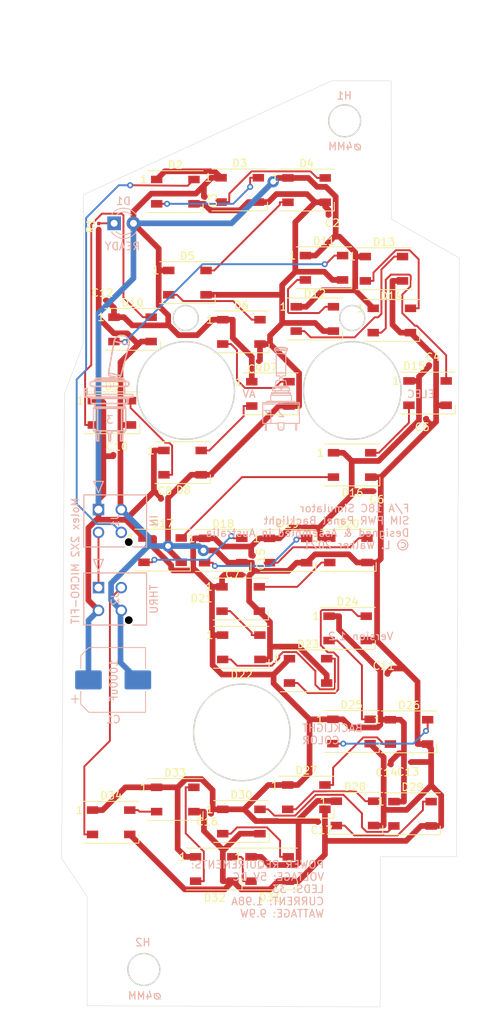
<source format=kicad_pcb>
(kicad_pcb (version 20171130) (host pcbnew "(5.1.6)-1")
  (layers (0 F.Cu signal) (31 B.Cu signal) (34 B.Paste user) (35 F.Paste user) (36 B.SilkS user) (37 F.SilkS user) (38 B.Mask user) (39 F.Mask user) (44 Edge.Cuts user))
  (net 0 "")
  (net 1 /LEDGND)
  (net 2 /LED+5V)
  (net 3 "Net-(D1-Pad1)")
  (net 4 "Net-(D2-Pad2)")
  (net 5 /DATAIN)
  (net 6 "Net-(D3-Pad2)")
  (net 7 "Net-(D4-Pad2)")
  (net 8 "Net-(D5-Pad2)")
  (net 9 "Net-(D6-Pad2)")
  (net 10 "Net-(D7-Pad2)")
  (net 11 "Net-(D8-Pad2)")
  (net 12 "Net-(D10-Pad4)")
  (net 13 "Net-(D10-Pad2)")
  (net 14 "Net-(D11-Pad2)")
  (net 15 "Net-(D12-Pad2)")
  (net 16 "Net-(D13-Pad2)")
  (net 17 "Net-(D14-Pad2)")
  (net 18 "Net-(D15-Pad2)")
  (net 19 "Net-(D16-Pad2)")
  (net 20 "Net-(D17-Pad2)")
  (net 21 "Net-(D18-Pad2)")
  (net 22 "Net-(D19-Pad2)")
  (net 23 "Net-(D20-Pad2)")
  (net 24 "Net-(D21-Pad2)")
  (net 25 "Net-(D22-Pad2)")
  (net 26 "Net-(D23-Pad2)")
  (net 27 "Net-(D24-Pad2)")
  (net 28 "Net-(D25-Pad2)")
  (net 29 "Net-(D26-Pad2)")
  (net 30 "Net-(D27-Pad2)")
  (net 31 "Net-(D28-Pad2)")
  (net 32 "Net-(D29-Pad2)")
  (net 33 "Net-(D30-Pad2)")
  (net 34 "Net-(D31-Pad2)")
  (net 35 "Net-(D32-Pad2)")
  (net 36 /DATAOUT)
  (net 37 /DATALOOP)
  (net 38 "Net-(D33-Pad2)")
  (module Capacitor_SMD:C_0201_0603Metric (layer F.Cu) (at 130.683 136.398)
    (fp_text reference C17 (at -0.0254 1.0668) (layer F.SilkS))
    (fp_text value C)
    (pad 2 smd roundrect (at 0.32 0) (size 0.46 0.4) (layers F.Cu F.Mask) (net 1 /LEDGND))
    (pad 1 smd roundrect (at -0.32 0) (size 0.46 0.4) (layers F.Cu F.Mask) (net 2 /LED+5V))
  )
  (module Capacitor_SMD:C_0201_0603Metric (layer F.Cu) (at 115.5852 135.3058 180)
    (fp_text reference C16 (at 0 -1.05) (layer F.SilkS))
    (fp_text value C)
    (pad 2 smd roundrect (at 0.32 0 180) (size 0.46 0.4) (layers F.Cu F.Mask) (net 1 /LEDGND))
    (pad 1 smd roundrect (at -0.32 0 180) (size 0.46 0.4) (layers F.Cu F.Mask) (net 2 /LED+5V))
  )
  (module Capacitor_SMD:C_0201_0603Metric (layer F.Cu) (at 121.6152 101.854 270)
    (fp_text reference C15 (at 0 -1.05 90) (layer F.SilkS))
    (fp_text value C)
    (pad 2 smd roundrect (at 0.32 0 270) (size 0.46 0.4) (layers F.Cu F.Mask) (net 1 /LEDGND))
    (pad 1 smd roundrect (at -0.32 0 270) (size 0.46 0.4) (layers F.Cu F.Mask) (net 2 /LED+5V))
  )
  (module Capacitor_SMD:C_0201_0603Metric (layer F.Cu) (at 139.192 128.8288 180)
    (fp_text reference C14 (at 0 -1.05) (layer F.SilkS))
    (fp_text value C)
    (pad 2 smd roundrect (at 0.32 0 180) (size 0.46 0.4) (layers F.Cu F.Mask) (net 1 /LEDGND))
    (pad 1 smd roundrect (at -0.32 0 180) (size 0.46 0.4) (layers F.Cu F.Mask) (net 2 /LED+5V))
  )
  (module Capacitor_SMD:C_0201_0603Metric (layer F.Cu) (at 141.9098 128.524)
    (fp_text reference C13 (at 0.1016 1.27) (layer F.SilkS))
    (fp_text value C)
    (pad 2 smd roundrect (at 0.32 0) (size 0.46 0.4) (layers F.Cu F.Mask) (net 1 /LEDGND))
    (pad 1 smd roundrect (at -0.32 0) (size 0.46 0.4) (layers F.Cu F.Mask) (net 2 /LED+5V))
  )
  (module Capacitor_SMD:C_0201_0603Metric (layer F.Cu) (at 101.8032 67.7926 180)
    (fp_text reference C12 (at 0 0.9906) (layer F.SilkS))
    (fp_text value C)
    (pad 2 smd roundrect (at 0.32 0 180) (size 0.46 0.4) (layers F.Cu F.Mask) (net 1 /LEDGND))
    (pad 1 smd roundrect (at -0.32 0 180) (size 0.46 0.4) (layers F.Cu F.Mask) (net 2 /LED+5V))
  )
  (module Capacitor_SMD:C_0201_0603Metric (layer F.Cu) (at 138.8212 116.9162)
    (fp_text reference C11 (at 0 -1.05) (layer F.SilkS))
    (fp_text value C)
    (pad 2 smd roundrect (at 0.32 0) (size 0.46 0.4) (layers F.Cu F.Mask) (net 1 /LEDGND))
    (pad 1 smd roundrect (at -0.32 0) (size 0.46 0.4) (layers F.Cu F.Mask) (net 2 /LED+5V))
  )
  (module Capacitor_SMD:C_0201_0603Metric (layer F.Cu) (at 103.7438 88.0872)
    (fp_text reference C10 (at 0 -1.05) (layer F.SilkS))
    (fp_text value C)
    (pad 2 smd roundrect (at 0.32 0) (size 0.46 0.4) (layers F.Cu F.Mask) (net 1 /LEDGND))
    (pad 1 smd roundrect (at -0.32 0) (size 0.46 0.4) (layers F.Cu F.Mask) (net 2 /LED+5V))
  )
  (module Capacitor_SMD:C_0201_0603Metric (layer F.Cu) (at 121.9048 75.7936)
    (fp_text reference C9 (at -0.0356 1.016) (layer F.SilkS))
    (fp_text value C)
    (pad 2 smd roundrect (at 0.32 0) (size 0.46 0.4) (layers F.Cu F.Mask) (net 1 /LEDGND))
    (pad 1 smd roundrect (at -0.32 0) (size 0.46 0.4) (layers F.Cu F.Mask) (net 2 /LED+5V))
  )
  (module Capacitor_SMD:C_0201_0603Metric (layer F.Cu) (at 110.0074 93.9038)
    (fp_text reference C8 (at 0 -1.05) (layer F.SilkS))
    (fp_text value C)
    (pad 2 smd roundrect (at 0.32 0) (size 0.46 0.4) (layers F.Cu F.Mask) (net 1 /LEDGND))
    (pad 1 smd roundrect (at -0.32 0) (size 0.46 0.4) (layers F.Cu F.Mask) (net 2 /LED+5V))
  )
  (module Capacitor_SMD:C_0201_0603Metric (layer F.Cu) (at 120.7516 103.886)
    (fp_text reference C7 (at -1.8034 -0.0762) (layer F.SilkS))
    (fp_text value C)
    (pad 2 smd roundrect (at 0.32 0) (size 0.46 0.4) (layers F.Cu F.Mask) (net 1 /LEDGND))
    (pad 1 smd roundrect (at -0.32 0) (size 0.46 0.4) (layers F.Cu F.Mask) (net 2 /LED+5V))
  )
  (module Capacitor_SMD:C_0201_0603Metric (layer F.Cu) (at 137.9576 92.8878)
    (fp_text reference C6 (at -0.0356 1.0922) (layer F.SilkS))
    (fp_text value C)
    (pad 2 smd roundrect (at 0.32 0) (size 0.46 0.4) (layers F.Cu F.Mask) (net 1 /LEDGND))
    (pad 1 smd roundrect (at -0.32 0) (size 0.46 0.4) (layers F.Cu F.Mask) (net 2 /LED+5V))
  )
  (module Capacitor_SMD:C_0201_0603Metric (layer F.Cu) (at 143.9012 83.3374)
    (fp_text reference C5 (at -0.0102 1.1176) (layer F.SilkS))
    (fp_text value C)
    (pad 2 smd roundrect (at 0.32 0) (size 0.46 0.4) (layers F.Cu F.Mask) (net 1 /LEDGND))
    (pad 1 smd roundrect (at -0.32 0) (size 0.46 0.4) (layers F.Cu F.Mask) (net 2 /LED+5V))
  )
  (module Capacitor_SMD:C_0201_0603Metric (layer F.Cu) (at 145.288 76.3016)
    (fp_text reference C4 (at 0 -1.05) (layer F.SilkS))
    (fp_text value C)
    (pad 2 smd roundrect (at 0.32 0) (size 0.46 0.4) (layers F.Cu F.Mask) (net 1 /LEDGND))
    (pad 1 smd roundrect (at -0.32 0) (size 0.46 0.4) (layers F.Cu F.Mask) (net 2 /LED+5V))
  )
  (module Capacitor_SMD:C_0201_0603Metric (layer F.Cu) (at 115.2906 54.671 270)
    (fp_text reference C3 (at 0 -1.05 90) (layer F.SilkS))
    (fp_text value C)
    (pad 2 smd roundrect (at 0.32 0 270) (size 0.46 0.4) (layers F.Cu F.Mask) (net 1 /LEDGND))
    (pad 1 smd roundrect (at -0.32 0 270) (size 0.46 0.4) (layers F.Cu F.Mask) (net 2 /LED+5V))
  )
  (module Capacitor_SMD:C_0201_0603Metric (layer F.Cu) (at 132.0444 56.5658 180)
    (fp_text reference C2 (at 0 -1.05) (layer F.SilkS))
    (fp_text value C)
    (pad 2 smd roundrect (at 0.32 0 180) (size 0.46 0.4) (layers F.Cu F.Mask) (net 1 /LEDGND))
    (pad 1 smd roundrect (at -0.32 0 180) (size 0.46 0.4) (layers F.Cu F.Mask) (net 2 /LED+5V))
  )
  (module "Kicad Footprint Files:100SpxToggle" (layer F.Cu) (at 103.2764 80.6704)
    (fp_text reference G*** hide)
    (fp_text value LOGO hide)
  )
  (module "Kicad Footprint Files:S2ALToggle" (layer B.Cu) (at 125.4506 79.5528 180)
    (fp_text reference G*** hide)
    (fp_text value LOGO hide)
    (fp_text user 2 (at 0.125 -3.075) (layer B.SilkS) (effects (justify mirror)))
  )
  (module LED_SMD:LED_WS2812B_PLCC4_5.0x5.0mm_P3.2mm (layer F.Cu) (at 102.96 136.423)
    (fp_text reference D34 (at 0 -3.5) (layer F.SilkS))
    (fp_text value WS2812B)
    (fp_text user 1 (at -4.15 -1.6) (layer F.SilkS))
    (pad 1 smd rect (at -2.45 -1.6) (size 1.5 1) (layers F.Cu F.Paste F.Mask) (net 2 /LED+5V))
    (pad 2 smd rect (at -2.45 1.6) (size 1.5 1) (layers F.Cu F.Paste F.Mask) (net 36 /DATAOUT))
    (pad 4 smd rect (at 2.45 -1.6) (size 1.5 1) (layers F.Cu F.Paste F.Mask) (net 38 "Net-(D33-Pad2)"))
    (pad 3 smd rect (at 2.45 1.6) (size 1.5 1) (layers F.Cu F.Paste F.Mask) (net 1 /LEDGND))
  )
  (module Resistor_SMD:R_0201_0603Metric (layer F.Cu) (at 101.321 58.0136 270)
    (fp_text reference R1 (at -0.0254 1.0418 90) (layer F.SilkS))
    (fp_text value R)
    (pad 2 smd roundrect (at 0.32 0 270) (size 0.46 0.4) (layers F.Cu F.Mask) (net 1 /LEDGND))
    (pad 1 smd roundrect (at -0.32 0 270) (size 0.46 0.4) (layers F.Cu F.Mask) (net 3 "Net-(D1-Pad1)"))
  )
  (module footprints:Molex_MicroFit_2X2 (layer B.Cu) (at 101.295 105.562 90)
    (fp_text reference J2 (at -1.495006 2.199999 90) (layer B.SilkS) (effects (justify mirror)))
    (fp_text value Conn_01x04_Female hide)
    (fp_text user * (at 0 0 90) (layer B.SilkS) (effects (justify mirror)))
    (pad 5 np_thru_hole circle (at -4.279999 3.98 90) (size 1.02 1.02) (drill 1.016) (layers))
    (pad 4 thru_hole circle (at -2.999999 2.999999 90) (size 1.52 1.52) (drill 1.016) (layers *.Cu *.Mask) (net 1 /LEDGND))
    (pad 3 thru_hole circle (at 0 2.999999) (size 1.52 1.52) (drill 1.016) (layers *.Cu *.Mask) (net 36 /DATAOUT))
    (pad 2 thru_hole circle (at -2.999999 0 90) (size 1.52 1.52) (drill 1.016) (layers *.Cu *.Mask) (net 2 /LED+5V))
    (pad 1 thru_hole rect (at 0 0) (size 1.52 1.52) (drill 1.016) (layers *.Cu *.Mask) (net 37 /DATALOOP))
  )
  (module footprints:Molex_MicroFit_2X2 (layer B.Cu) (at 101.295 95.3008 90)
    (fp_text reference J1 (at -1.495006 2.199999 90) (layer B.SilkS) (effects (justify mirror)))
    (fp_text value Conn_01x04_Female hide)
    (fp_text user * (at 0 0 90) (layer B.SilkS) (effects (justify mirror)))
    (pad 5 np_thru_hole circle (at -4.279999 3.98 90) (size 1.02 1.02) (drill 1.016) (layers))
    (pad 4 thru_hole circle (at -2.999999 2.999999 90) (size 1.52 1.52) (drill 1.016) (layers *.Cu *.Mask) (net 5 /DATAIN))
    (pad 3 thru_hole circle (at 0 2.999999) (size 1.52 1.52) (drill 1.016) (layers *.Cu *.Mask) (net 1 /LEDGND))
    (pad 2 thru_hole circle (at -2.999999 0 90) (size 1.52 1.52) (drill 1.016) (layers *.Cu *.Mask) (net 37 /DATALOOP))
    (pad 1 thru_hole rect (at 0 0) (size 1.52 1.52) (drill 1.016) (layers *.Cu *.Mask) (net 2 /LED+5V))
  )
  (module LED_SMD:LED_WS2812B_PLCC4_5.0x5.0mm_P3.2mm (layer F.Cu) (at 111.393 133.426)
    (fp_text reference D33 (at 0 -3.5) (layer F.SilkS))
    (fp_text value WS2812B)
    (fp_text user 1 (at -4.15 -1.6) (layer F.SilkS))
    (pad 1 smd rect (at -2.45 -1.6) (size 1.5 1) (layers F.Cu F.Paste F.Mask) (net 2 /LED+5V))
    (pad 2 smd rect (at -2.45 1.6) (size 1.5 1) (layers F.Cu F.Paste F.Mask) (net 38 "Net-(D33-Pad2)"))
    (pad 4 smd rect (at 2.45 -1.6) (size 1.5 1) (layers F.Cu F.Paste F.Mask) (net 35 "Net-(D32-Pad2)"))
    (pad 3 smd rect (at 2.45 1.6) (size 1.5 1) (layers F.Cu F.Paste F.Mask) (net 1 /LEDGND))
  )
  (module LED_SMD:LED_WS2812B_PLCC4_5.0x5.0mm_P3.2mm (layer F.Cu) (at 116.524 142.57)
    (fp_text reference D32 (at 0.062 3.7848) (layer F.SilkS))
    (fp_text value WS2812B)
    (fp_text user 1 (at -4.15 -1.6) (layer F.SilkS))
    (pad 1 smd rect (at -2.45 -1.6) (size 1.5 1) (layers F.Cu F.Paste F.Mask) (net 2 /LED+5V))
    (pad 2 smd rect (at -2.45 1.6) (size 1.5 1) (layers F.Cu F.Paste F.Mask) (net 35 "Net-(D32-Pad2)"))
    (pad 4 smd rect (at 2.45 -1.6) (size 1.5 1) (layers F.Cu F.Paste F.Mask) (net 34 "Net-(D31-Pad2)"))
    (pad 3 smd rect (at 2.45 1.6) (size 1.5 1) (layers F.Cu F.Paste F.Mask) (net 1 /LEDGND))
  )
  (module LED_SMD:LED_WS2812B_PLCC4_5.0x5.0mm_P3.2mm (layer F.Cu) (at 123.811 142.57)
    (fp_text reference D31 (at 0.0394 3.7594) (layer F.SilkS))
    (fp_text value WS2812B)
    (fp_text user 1 (at -4.15 -1.6) (layer F.SilkS))
    (pad 1 smd rect (at -2.45 -1.6) (size 1.5 1) (layers F.Cu F.Paste F.Mask) (net 2 /LED+5V))
    (pad 2 smd rect (at -2.45 1.6) (size 1.5 1) (layers F.Cu F.Paste F.Mask) (net 34 "Net-(D31-Pad2)"))
    (pad 4 smd rect (at 2.45 -1.6) (size 1.5 1) (layers F.Cu F.Paste F.Mask) (net 33 "Net-(D30-Pad2)"))
    (pad 3 smd rect (at 2.45 1.6) (size 1.5 1) (layers F.Cu F.Paste F.Mask) (net 1 /LEDGND))
  )
  (module LED_SMD:LED_WS2812B_PLCC4_5.0x5.0mm_P3.2mm (layer F.Cu) (at 120.091 136.322)
    (fp_text reference D30 (at 0 -3.5) (layer F.SilkS))
    (fp_text value WS2812B)
    (fp_text user 1 (at -4.15 -1.6) (layer F.SilkS))
    (pad 1 smd rect (at -2.45 -1.6) (size 1.5 1) (layers F.Cu F.Paste F.Mask) (net 2 /LED+5V))
    (pad 2 smd rect (at -2.45 1.6) (size 1.5 1) (layers F.Cu F.Paste F.Mask) (net 33 "Net-(D30-Pad2)"))
    (pad 4 smd rect (at 2.45 -1.6) (size 1.5 1) (layers F.Cu F.Paste F.Mask) (net 32 "Net-(D29-Pad2)"))
    (pad 3 smd rect (at 2.45 1.6) (size 1.5 1) (layers F.Cu F.Paste F.Mask) (net 1 /LEDGND))
  )
  (module LED_SMD:LED_WS2812B_PLCC4_5.0x5.0mm_P3.2mm (layer F.Cu) (at 142.607 135.306)
    (fp_text reference D29 (at 0 -3.5) (layer F.SilkS))
    (fp_text value WS2812B)
    (fp_text user 1 (at -4.15 -1.6) (layer F.SilkS))
    (pad 1 smd rect (at -2.45 -1.6) (size 1.5 1) (layers F.Cu F.Paste F.Mask) (net 2 /LED+5V))
    (pad 2 smd rect (at -2.45 1.6) (size 1.5 1) (layers F.Cu F.Paste F.Mask) (net 32 "Net-(D29-Pad2)"))
    (pad 4 smd rect (at 2.45 -1.6) (size 1.5 1) (layers F.Cu F.Paste F.Mask) (net 31 "Net-(D28-Pad2)"))
    (pad 3 smd rect (at 2.45 1.6) (size 1.5 1) (layers F.Cu F.Paste F.Mask) (net 1 /LEDGND))
  )
  (module LED_SMD:LED_WS2812B_PLCC4_5.0x5.0mm_P3.2mm (layer F.Cu) (at 135.038 135.255)
    (fp_text reference D28 (at 0 -3.5) (layer F.SilkS))
    (fp_text value WS2812B)
    (fp_text user 1 (at -4.15 -1.6) (layer F.SilkS))
    (pad 1 smd rect (at -2.45 -1.6) (size 1.5 1) (layers F.Cu F.Paste F.Mask) (net 2 /LED+5V))
    (pad 2 smd rect (at -2.45 1.6) (size 1.5 1) (layers F.Cu F.Paste F.Mask) (net 31 "Net-(D28-Pad2)"))
    (pad 4 smd rect (at 2.45 -1.6) (size 1.5 1) (layers F.Cu F.Paste F.Mask) (net 30 "Net-(D27-Pad2)"))
    (pad 3 smd rect (at 2.45 1.6) (size 1.5 1) (layers F.Cu F.Paste F.Mask) (net 1 /LEDGND))
  )
  (module LED_SMD:LED_WS2812B_PLCC4_5.0x5.0mm_P3.2mm (layer F.Cu) (at 128.637 133.121)
    (fp_text reference D27 (at 0 -3.5) (layer F.SilkS))
    (fp_text value WS2812B)
    (fp_text user 1 (at -4.15 -1.6) (layer F.SilkS))
    (pad 1 smd rect (at -2.45 -1.6) (size 1.5 1) (layers F.Cu F.Paste F.Mask) (net 2 /LED+5V))
    (pad 2 smd rect (at -2.45 1.6) (size 1.5 1) (layers F.Cu F.Paste F.Mask) (net 30 "Net-(D27-Pad2)"))
    (pad 4 smd rect (at 2.45 -1.6) (size 1.5 1) (layers F.Cu F.Paste F.Mask) (net 29 "Net-(D26-Pad2)"))
    (pad 3 smd rect (at 2.45 1.6) (size 1.5 1) (layers F.Cu F.Paste F.Mask) (net 1 /LEDGND))
  )
  (module LED_SMD:LED_WS2812B_PLCC4_5.0x5.0mm_P3.2mm (layer F.Cu) (at 142.15 124.536)
    (fp_text reference D26 (at 0 -3.5) (layer F.SilkS))
    (fp_text value WS2812B)
    (fp_text user 1 (at -4.15 -1.6) (layer F.SilkS))
    (pad 1 smd rect (at -2.45 -1.6) (size 1.5 1) (layers F.Cu F.Paste F.Mask) (net 2 /LED+5V))
    (pad 2 smd rect (at -2.45 1.6) (size 1.5 1) (layers F.Cu F.Paste F.Mask) (net 29 "Net-(D26-Pad2)"))
    (pad 4 smd rect (at 2.45 -1.6) (size 1.5 1) (layers F.Cu F.Paste F.Mask) (net 28 "Net-(D25-Pad2)"))
    (pad 3 smd rect (at 2.45 1.6) (size 1.5 1) (layers F.Cu F.Paste F.Mask) (net 1 /LEDGND))
  )
  (module LED_SMD:LED_WS2812B_PLCC4_5.0x5.0mm_P3.2mm (layer F.Cu) (at 134.581 124.485)
    (fp_text reference D25 (at 0 -3.5) (layer F.SilkS))
    (fp_text value WS2812B)
    (fp_text user 1 (at -4.15 -1.6) (layer F.SilkS))
    (pad 1 smd rect (at -2.45 -1.6) (size 1.5 1) (layers F.Cu F.Paste F.Mask) (net 2 /LED+5V))
    (pad 2 smd rect (at -2.45 1.6) (size 1.5 1) (layers F.Cu F.Paste F.Mask) (net 28 "Net-(D25-Pad2)"))
    (pad 4 smd rect (at 2.45 -1.6) (size 1.5 1) (layers F.Cu F.Paste F.Mask) (net 27 "Net-(D24-Pad2)"))
    (pad 3 smd rect (at 2.45 1.6) (size 1.5 1) (layers F.Cu F.Paste F.Mask) (net 1 /LEDGND))
  )
  (module LED_SMD:LED_WS2812B_PLCC4_5.0x5.0mm_P3.2mm (layer F.Cu) (at 134.073 110.922)
    (fp_text reference D24 (at 0 -3.5) (layer F.SilkS))
    (fp_text value WS2812B)
    (fp_text user 1 (at -4.15 -1.6) (layer F.SilkS))
    (pad 1 smd rect (at -2.45 -1.6) (size 1.5 1) (layers F.Cu F.Paste F.Mask) (net 2 /LED+5V))
    (pad 2 smd rect (at -2.45 1.6) (size 1.5 1) (layers F.Cu F.Paste F.Mask) (net 27 "Net-(D24-Pad2)"))
    (pad 4 smd rect (at 2.45 -1.6) (size 1.5 1) (layers F.Cu F.Paste F.Mask) (net 26 "Net-(D23-Pad2)"))
    (pad 3 smd rect (at 2.45 1.6) (size 1.5 1) (layers F.Cu F.Paste F.Mask) (net 1 /LEDGND))
  )
  (module LED_SMD:LED_WS2812B_PLCC4_5.0x5.0mm_P3.2mm (layer F.Cu) (at 128.868 116.51)
    (fp_text reference D23 (at 0 -3.5) (layer F.SilkS))
    (fp_text value WS2812B)
    (fp_text user 1 (at -4.15 -1.6) (layer F.SilkS))
    (pad 1 smd rect (at -2.45 -1.6) (size 1.5 1) (layers F.Cu F.Paste F.Mask) (net 2 /LED+5V))
    (pad 2 smd rect (at -2.45 1.6) (size 1.5 1) (layers F.Cu F.Paste F.Mask) (net 26 "Net-(D23-Pad2)"))
    (pad 4 smd rect (at 2.45 -1.6) (size 1.5 1) (layers F.Cu F.Paste F.Mask) (net 25 "Net-(D22-Pad2)"))
    (pad 3 smd rect (at 2.45 1.6) (size 1.5 1) (layers F.Cu F.Paste F.Mask) (net 1 /LEDGND))
  )
  (module LED_SMD:LED_WS2812B_PLCC4_5.0x5.0mm_P3.2mm (layer F.Cu) (at 120.08 113.411)
    (fp_text reference D22 (at 0.0366 3.6576) (layer F.SilkS))
    (fp_text value WS2812B)
    (fp_text user 1 (at -4.15 -1.6) (layer F.SilkS))
    (pad 1 smd rect (at -2.45 -1.6) (size 1.5 1) (layers F.Cu F.Paste F.Mask) (net 2 /LED+5V))
    (pad 2 smd rect (at -2.45 1.6) (size 1.5 1) (layers F.Cu F.Paste F.Mask) (net 25 "Net-(D22-Pad2)"))
    (pad 4 smd rect (at 2.45 -1.6) (size 1.5 1) (layers F.Cu F.Paste F.Mask) (net 24 "Net-(D21-Pad2)"))
    (pad 3 smd rect (at 2.45 1.6) (size 1.5 1) (layers F.Cu F.Paste F.Mask) (net 1 /LEDGND))
  )
  (module LED_SMD:LED_WS2812B_PLCC4_5.0x5.0mm_P3.2mm (layer F.Cu) (at 120.001 107.061)
    (fp_text reference D21 (at -5.1676 -0.0762) (layer F.SilkS))
    (fp_text value WS2812B)
    (fp_text user 1 (at -4.15 -1.6) (layer F.SilkS))
    (pad 1 smd rect (at -2.45 -1.6) (size 1.5 1) (layers F.Cu F.Paste F.Mask) (net 2 /LED+5V))
    (pad 2 smd rect (at -2.45 1.6) (size 1.5 1) (layers F.Cu F.Paste F.Mask) (net 24 "Net-(D21-Pad2)"))
    (pad 4 smd rect (at 2.45 -1.6) (size 1.5 1) (layers F.Cu F.Paste F.Mask) (net 23 "Net-(D20-Pad2)"))
    (pad 3 smd rect (at 2.45 1.6) (size 1.5 1) (layers F.Cu F.Paste F.Mask) (net 1 /LEDGND))
  )
  (module LED_SMD:LED_WS2812B_PLCC4_5.0x5.0mm_P3.2mm (layer F.Cu) (at 134.174 100.66)
    (fp_text reference D20 (at 0 -3.5) (layer F.SilkS))
    (fp_text value WS2812B)
    (fp_text user 1 (at -4.15 -1.6) (layer F.SilkS))
    (pad 1 smd rect (at -2.45 -1.6) (size 1.5 1) (layers F.Cu F.Paste F.Mask) (net 2 /LED+5V))
    (pad 2 smd rect (at -2.45 1.6) (size 1.5 1) (layers F.Cu F.Paste F.Mask) (net 23 "Net-(D20-Pad2)"))
    (pad 4 smd rect (at 2.45 -1.6) (size 1.5 1) (layers F.Cu F.Paste F.Mask) (net 22 "Net-(D19-Pad2)"))
    (pad 3 smd rect (at 2.45 1.6) (size 1.5 1) (layers F.Cu F.Paste F.Mask) (net 1 /LEDGND))
  )
  (module LED_SMD:LED_WS2812B_PLCC4_5.0x5.0mm_P3.2mm (layer F.Cu) (at 126.238 100.686)
    (fp_text reference D19 (at 0 -3.5) (layer F.SilkS))
    (fp_text value WS2812B)
    (fp_text user 1 (at -4.15 -1.6) (layer F.SilkS))
    (pad 1 smd rect (at -2.45 -1.6) (size 1.5 1) (layers F.Cu F.Paste F.Mask) (net 2 /LED+5V))
    (pad 2 smd rect (at -2.45 1.6) (size 1.5 1) (layers F.Cu F.Paste F.Mask) (net 22 "Net-(D19-Pad2)"))
    (pad 4 smd rect (at 2.45 -1.6) (size 1.5 1) (layers F.Cu F.Paste F.Mask) (net 21 "Net-(D18-Pad2)"))
    (pad 3 smd rect (at 2.45 1.6) (size 1.5 1) (layers F.Cu F.Paste F.Mask) (net 1 /LEDGND))
  )
  (module LED_SMD:LED_WS2812B_PLCC4_5.0x5.0mm_P3.2mm (layer F.Cu) (at 117.704 100.686)
    (fp_text reference D18 (at 0 -3.5) (layer F.SilkS))
    (fp_text value WS2812B)
    (fp_text user 1 (at -4.15 -1.6) (layer F.SilkS))
    (pad 1 smd rect (at -2.45 -1.6) (size 1.5 1) (layers F.Cu F.Paste F.Mask) (net 2 /LED+5V))
    (pad 2 smd rect (at -2.45 1.6) (size 1.5 1) (layers F.Cu F.Paste F.Mask) (net 21 "Net-(D18-Pad2)"))
    (pad 4 smd rect (at 2.45 -1.6) (size 1.5 1) (layers F.Cu F.Paste F.Mask) (net 20 "Net-(D17-Pad2)"))
    (pad 3 smd rect (at 2.45 1.6) (size 1.5 1) (layers F.Cu F.Paste F.Mask) (net 1 /LEDGND))
  )
  (module LED_SMD:LED_WS2812B_PLCC4_5.0x5.0mm_P3.2mm (layer F.Cu) (at 109.728 100.635)
    (fp_text reference D17 (at 0 -3.5) (layer F.SilkS))
    (fp_text value WS2812B)
    (fp_text user 1 (at -4.15 -1.6) (layer F.SilkS))
    (pad 1 smd rect (at -2.45 -1.6) (size 1.5 1) (layers F.Cu F.Paste F.Mask) (net 2 /LED+5V))
    (pad 2 smd rect (at -2.45 1.6) (size 1.5 1) (layers F.Cu F.Paste F.Mask) (net 20 "Net-(D17-Pad2)"))
    (pad 4 smd rect (at 2.45 -1.6) (size 1.5 1) (layers F.Cu F.Paste F.Mask) (net 19 "Net-(D16-Pad2)"))
    (pad 3 smd rect (at 2.45 1.6) (size 1.5 1) (layers F.Cu F.Paste F.Mask) (net 1 /LEDGND))
  )
  (module LED_SMD:LED_WS2812B_PLCC4_5.0x5.0mm_P3.2mm (layer F.Cu) (at 134.659 89.4332)
    (fp_text reference D16 (at 0.0372 3.6578) (layer F.SilkS))
    (fp_text value WS2812B)
    (fp_text user 1 (at -4.15 -1.6) (layer F.SilkS))
    (pad 1 smd rect (at -2.45 -1.6) (size 1.5 1) (layers F.Cu F.Paste F.Mask) (net 2 /LED+5V))
    (pad 2 smd rect (at -2.45 1.6) (size 1.5 1) (layers F.Cu F.Paste F.Mask) (net 19 "Net-(D16-Pad2)"))
    (pad 4 smd rect (at 2.45 -1.6) (size 1.5 1) (layers F.Cu F.Paste F.Mask) (net 18 "Net-(D15-Pad2)"))
    (pad 3 smd rect (at 2.45 1.6) (size 1.5 1) (layers F.Cu F.Paste F.Mask) (net 1 /LEDGND))
  )
  (module LED_SMD:LED_WS2812B_PLCC4_5.0x5.0mm_P3.2mm (layer F.Cu) (at 144.588 79.9844)
    (fp_text reference D15 (at -1.7638 -3.5558) (layer F.SilkS))
    (fp_text value WS2812B)
    (fp_text user 1 (at -4.15 -1.6) (layer F.SilkS))
    (pad 1 smd rect (at -2.45 -1.6) (size 1.5 1) (layers F.Cu F.Paste F.Mask) (net 2 /LED+5V))
    (pad 2 smd rect (at -2.45 1.6) (size 1.5 1) (layers F.Cu F.Paste F.Mask) (net 18 "Net-(D15-Pad2)"))
    (pad 4 smd rect (at 2.45 -1.6) (size 1.5 1) (layers F.Cu F.Paste F.Mask) (net 17 "Net-(D14-Pad2)"))
    (pad 3 smd rect (at 2.45 1.6) (size 1.5 1) (layers F.Cu F.Paste F.Mask) (net 1 /LEDGND))
  )
  (module LED_SMD:LED_WS2812B_PLCC4_5.0x5.0mm_P3.2mm (layer F.Cu) (at 139.892 70.434)
    (fp_text reference D14 (at -0.065 -3.2256) (layer F.SilkS))
    (fp_text value WS2812B)
    (fp_text user 1 (at -4.15 -1.6) (layer F.SilkS))
    (pad 1 smd rect (at -2.45 -1.6) (size 1.5 1) (layers F.Cu F.Paste F.Mask) (net 2 /LED+5V))
    (pad 2 smd rect (at -2.45 1.6) (size 1.5 1) (layers F.Cu F.Paste F.Mask) (net 17 "Net-(D14-Pad2)"))
    (pad 4 smd rect (at 2.45 -1.6) (size 1.5 1) (layers F.Cu F.Paste F.Mask) (net 16 "Net-(D13-Pad2)"))
    (pad 3 smd rect (at 2.45 1.6) (size 1.5 1) (layers F.Cu F.Paste F.Mask) (net 1 /LEDGND))
  )
  (module LED_SMD:LED_WS2812B_PLCC4_5.0x5.0mm_P3.2mm (layer F.Cu) (at 138.848 63.6268)
    (fp_text reference D13 (at 0 -3.5) (layer F.SilkS))
    (fp_text value WS2812B)
    (fp_text user 1 (at -4.15 -1.6) (layer F.SilkS))
    (pad 1 smd rect (at -2.45 -1.6) (size 1.5 1) (layers F.Cu F.Paste F.Mask) (net 2 /LED+5V))
    (pad 2 smd rect (at -2.45 1.6) (size 1.5 1) (layers F.Cu F.Paste F.Mask) (net 16 "Net-(D13-Pad2)"))
    (pad 4 smd rect (at 2.45 -1.6) (size 1.5 1) (layers F.Cu F.Paste F.Mask) (net 15 "Net-(D12-Pad2)"))
    (pad 3 smd rect (at 2.45 1.6) (size 1.5 1) (layers F.Cu F.Paste F.Mask) (net 1 /LEDGND))
  )
  (module LED_SMD:LED_WS2812B_PLCC4_5.0x5.0mm_P3.2mm (layer F.Cu) (at 129.755 70.2308)
    (fp_text reference D12 (at 0.0136 -3.3272) (layer F.SilkS))
    (fp_text value WS2812B)
    (fp_text user 1 (at -4.15 -1.6) (layer F.SilkS))
    (pad 1 smd rect (at -2.45 -1.6) (size 1.5 1) (layers F.Cu F.Paste F.Mask) (net 2 /LED+5V))
    (pad 2 smd rect (at -2.45 1.6) (size 1.5 1) (layers F.Cu F.Paste F.Mask) (net 15 "Net-(D12-Pad2)"))
    (pad 4 smd rect (at 2.45 -1.6) (size 1.5 1) (layers F.Cu F.Paste F.Mask) (net 14 "Net-(D11-Pad2)"))
    (pad 3 smd rect (at 2.45 1.6) (size 1.5 1) (layers F.Cu F.Paste F.Mask) (net 1 /LEDGND))
  )
  (module LED_SMD:LED_WS2812B_PLCC4_5.0x5.0mm_P3.2mm (layer F.Cu) (at 130.962 63.5)
    (fp_text reference D11 (at 0 -3.5) (layer F.SilkS))
    (fp_text value WS2812B)
    (fp_text user 1 (at -4.15 -1.6) (layer F.SilkS))
    (pad 1 smd rect (at -2.45 -1.6) (size 1.5 1) (layers F.Cu F.Paste F.Mask) (net 2 /LED+5V))
    (pad 2 smd rect (at -2.45 1.6) (size 1.5 1) (layers F.Cu F.Paste F.Mask) (net 14 "Net-(D11-Pad2)"))
    (pad 4 smd rect (at 2.45 -1.6) (size 1.5 1) (layers F.Cu F.Paste F.Mask) (net 13 "Net-(D10-Pad2)"))
    (pad 3 smd rect (at 2.45 1.6) (size 1.5 1) (layers F.Cu F.Paste F.Mask) (net 1 /LEDGND))
  )
  (module LED_SMD:LED_WS2812B_PLCC4_5.0x5.0mm_P3.2mm (layer F.Cu) (at 105.777 71.6024)
    (fp_text reference D10 (at 0 -3.5) (layer F.SilkS))
    (fp_text value WS2812B)
    (fp_text user 1 (at -4.15 -1.6) (layer F.SilkS))
    (pad 1 smd rect (at -2.45 -1.6) (size 1.5 1) (layers F.Cu F.Paste F.Mask) (net 2 /LED+5V))
    (pad 2 smd rect (at -2.45 1.6) (size 1.5 1) (layers F.Cu F.Paste F.Mask) (net 13 "Net-(D10-Pad2)"))
    (pad 4 smd rect (at 2.45 -1.6) (size 1.5 1) (layers F.Cu F.Paste F.Mask) (net 12 "Net-(D10-Pad4)"))
    (pad 3 smd rect (at 2.45 1.6) (size 1.5 1) (layers F.Cu F.Paste F.Mask) (net 1 /LEDGND))
  )
  (module LED_SMD:LED_WS2812B_PLCC4_5.0x5.0mm_P3.2mm (layer F.Cu) (at 103.062 82.5756)
    (fp_text reference D9 (at 0 -3.5) (layer F.SilkS))
    (fp_text value WS2812B)
    (fp_text user 1 (at -4.15 -1.6) (layer F.SilkS))
    (pad 1 smd rect (at -2.45 -1.6) (size 1.5 1) (layers F.Cu F.Paste F.Mask) (net 2 /LED+5V))
    (pad 2 smd rect (at -2.45 1.6) (size 1.5 1) (layers F.Cu F.Paste F.Mask) (net 12 "Net-(D10-Pad4)"))
    (pad 4 smd rect (at 2.45 -1.6) (size 1.5 1) (layers F.Cu F.Paste F.Mask) (net 11 "Net-(D8-Pad2)"))
    (pad 3 smd rect (at 2.45 1.6) (size 1.5 1) (layers F.Cu F.Paste F.Mask) (net 1 /LEDGND))
  )
  (module LED_SMD:LED_WS2812B_PLCC4_5.0x5.0mm_P3.2mm (layer F.Cu) (at 112.358 89.1284)
    (fp_text reference D8 (at 0.1132 3.607) (layer F.SilkS))
    (fp_text value WS2812B)
    (fp_text user 1 (at -4.15 -1.6) (layer F.SilkS))
    (pad 1 smd rect (at -2.45 -1.6) (size 1.5 1) (layers F.Cu F.Paste F.Mask) (net 2 /LED+5V))
    (pad 2 smd rect (at -2.45 1.6) (size 1.5 1) (layers F.Cu F.Paste F.Mask) (net 11 "Net-(D8-Pad2)"))
    (pad 4 smd rect (at 2.45 -1.6) (size 1.5 1) (layers F.Cu F.Paste F.Mask) (net 10 "Net-(D7-Pad2)"))
    (pad 3 smd rect (at 2.45 1.6) (size 1.5 1) (layers F.Cu F.Paste F.Mask) (net 1 /LEDGND))
  )
  (module LED_SMD:LED_WS2812B_PLCC4_5.0x5.0mm_P3.2mm (layer F.Cu) (at 123.913 80.086)
    (fp_text reference D7 (at 0 -3.5) (layer F.SilkS))
    (fp_text value WS2812B)
    (fp_text user 1 (at -4.15 -1.6) (layer F.SilkS))
    (pad 1 smd rect (at -2.45 -1.6) (size 1.5 1) (layers F.Cu F.Paste F.Mask) (net 2 /LED+5V))
    (pad 2 smd rect (at -2.45 1.6) (size 1.5 1) (layers F.Cu F.Paste F.Mask) (net 10 "Net-(D7-Pad2)"))
    (pad 4 smd rect (at 2.45 -1.6) (size 1.5 1) (layers F.Cu F.Paste F.Mask) (net 9 "Net-(D6-Pad2)"))
    (pad 3 smd rect (at 2.45 1.6) (size 1.5 1) (layers F.Cu F.Paste F.Mask) (net 1 /LEDGND))
  )
  (module LED_SMD:LED_WS2812B_PLCC4_5.0x5.0mm_P3.2mm (layer F.Cu) (at 120.091 71.9328)
    (fp_text reference D6 (at 0 -3.5) (layer F.SilkS))
    (fp_text value WS2812B)
    (fp_text user 1 (at -4.15 -1.6) (layer F.SilkS))
    (pad 1 smd rect (at -2.45 -1.6) (size 1.5 1) (layers F.Cu F.Paste F.Mask) (net 2 /LED+5V))
    (pad 2 smd rect (at -2.45 1.6) (size 1.5 1) (layers F.Cu F.Paste F.Mask) (net 9 "Net-(D6-Pad2)"))
    (pad 4 smd rect (at 2.45 -1.6) (size 1.5 1) (layers F.Cu F.Paste F.Mask) (net 8 "Net-(D5-Pad2)"))
    (pad 3 smd rect (at 2.45 1.6) (size 1.5 1) (layers F.Cu F.Paste F.Mask) (net 1 /LEDGND))
  )
  (module LED_SMD:LED_WS2812B_PLCC4_5.0x5.0mm_P3.2mm (layer F.Cu) (at 112.991 65.4556)
    (fp_text reference D5 (at 0 -3.5) (layer F.SilkS))
    (fp_text value WS2812B)
    (fp_text user 1 (at -4.15 -1.6) (layer F.SilkS))
    (pad 1 smd rect (at -2.45 -1.6) (size 1.5 1) (layers F.Cu F.Paste F.Mask) (net 2 /LED+5V))
    (pad 2 smd rect (at -2.45 1.6) (size 1.5 1) (layers F.Cu F.Paste F.Mask) (net 8 "Net-(D5-Pad2)"))
    (pad 4 smd rect (at 2.45 -1.6) (size 1.5 1) (layers F.Cu F.Paste F.Mask) (net 7 "Net-(D4-Pad2)"))
    (pad 3 smd rect (at 2.45 1.6) (size 1.5 1) (layers F.Cu F.Paste F.Mask) (net 1 /LEDGND))
  )
  (module LED_SMD:LED_WS2812B_PLCC4_5.0x5.0mm_P3.2mm (layer F.Cu) (at 128.676 53.2892)
    (fp_text reference D4 (at 0 -3.5) (layer F.SilkS))
    (fp_text value WS2812B)
    (fp_text user 1 (at -4.15 -1.6) (layer F.SilkS))
    (pad 1 smd rect (at -2.45 -1.6) (size 1.5 1) (layers F.Cu F.Paste F.Mask) (net 2 /LED+5V))
    (pad 2 smd rect (at -2.45 1.6) (size 1.5 1) (layers F.Cu F.Paste F.Mask) (net 7 "Net-(D4-Pad2)"))
    (pad 4 smd rect (at 2.45 -1.6) (size 1.5 1) (layers F.Cu F.Paste F.Mask) (net 6 "Net-(D3-Pad2)"))
    (pad 3 smd rect (at 2.45 1.6) (size 1.5 1) (layers F.Cu F.Paste F.Mask) (net 1 /LEDGND))
  )
  (module LED_SMD:LED_WS2812B_PLCC4_5.0x5.0mm_P3.2mm (layer F.Cu) (at 119.876 53.2636)
    (fp_text reference D3 (at 0 -3.5) (layer F.SilkS))
    (fp_text value WS2812B)
    (fp_text user 1 (at -4.15 -1.6) (layer F.SilkS))
    (pad 1 smd rect (at -2.45 -1.6) (size 1.5 1) (layers F.Cu F.Paste F.Mask) (net 2 /LED+5V))
    (pad 2 smd rect (at -2.45 1.6) (size 1.5 1) (layers F.Cu F.Paste F.Mask) (net 6 "Net-(D3-Pad2)"))
    (pad 4 smd rect (at 2.45 -1.6) (size 1.5 1) (layers F.Cu F.Paste F.Mask) (net 4 "Net-(D2-Pad2)"))
    (pad 3 smd rect (at 2.45 1.6) (size 1.5 1) (layers F.Cu F.Paste F.Mask) (net 1 /LEDGND))
  )
  (module LED_SMD:LED_WS2812B_PLCC4_5.0x5.0mm_P3.2mm (layer F.Cu) (at 111.404 53.4924)
    (fp_text reference D2 (at 0 -3.5) (layer F.SilkS))
    (fp_text value WS2812B)
    (fp_text user 1 (at -4.15 -1.6) (layer F.SilkS))
    (pad 1 smd rect (at -2.45 -1.6) (size 1.5 1) (layers F.Cu F.Paste F.Mask) (net 2 /LED+5V))
    (pad 2 smd rect (at -2.45 1.6) (size 1.5 1) (layers F.Cu F.Paste F.Mask) (net 4 "Net-(D2-Pad2)"))
    (pad 4 smd rect (at 2.45 -1.6) (size 1.5 1) (layers F.Cu F.Paste F.Mask) (net 5 /DATAIN))
    (pad 3 smd rect (at 2.45 1.6) (size 1.5 1) (layers F.Cu F.Paste F.Mask) (net 1 /LEDGND))
  )
  (module LED_THT:LED_D3.0mm (layer B.Cu) (at 103.353 57.658)
    (fp_text reference D1 (at 1.2192 -2.921 180) (layer B.SilkS) (effects (justify mirror)))
    (fp_text value LED)
    (pad 2 thru_hole circle (at 2.54 0) (size 1.8 1.8) (drill 0.9) (layers *.Cu *.Mask) (net 2 /LED+5V))
    (pad 1 thru_hole rect (at 0 0) (size 1.8 1.8) (drill 0.9) (layers *.Cu *.Mask) (net 3 "Net-(D1-Pad1)"))
  )
  (module Capacitor_SMD:CP_Elec_8x10 (layer B.Cu) (at 103.226 117.704)
    (fp_text reference C1 (at 0 5.2) (layer B.SilkS) (effects (justify mirror)))
    (fp_text value C_Polarized)
    (pad 2 smd roundrect (at 3.25 0) (size 3.5 2.5) (layers B.Cu B.Paste B.Mask) (roundrect_rratio 0.1) (net 1 /LEDGND))
    (pad 1 smd roundrect (at -3.25 0) (size 3.5 2.5) (layers B.Cu B.Paste B.Mask) (roundrect_rratio 0.1) (net 2 /LED+5V))
  )
  (gr_text "BACKLIGHT\nCOLOR" (at 128.016 124.841) (layer B.SilkS) (effects (font (size 1 1)) (justify right mirror)))
  (gr_text "Version 1.2" (at 135.7884 111.9632) (layer B.SilkS) (effects (font (size 1 1)) (justify mirror)))
  (gr_text "F/A 18C Simulator \nSIM PWR Panel Backlight\nDesigned & Assembled in Australia\n© L. Walker 2021" (at 142.2908 97.5614) (layer B.SilkS) (effects (font (size 1 1)) (justify left mirror)))
  (gr_text "POWER REQUIREMENTS:\nVOLTAGE: 5V DC\nLEDS: 33\nCURRENT: 1.98A\nWATTAGE: 9.9W" (at 131.064 145.2118) (layer B.SilkS) (effects (font (size 1 1)) (justify left mirror)))
  (gr_text 1000uF (at 103.3018 117.8052 90) (layer B.SilkS) (effects (font (size 1 1)) (justify mirror)))
  (gr_text H1 (at 133.6294 40.8686) (layer B.SilkS) (effects (font (size 1 1)) (justify mirror)))
  (gr_text H2 (at 107.1372 152.2222) (layer B.SilkS) (effects (font (size 1 1)) (justify mirror)))
  (gr_text ⌀4MM (at 107.4166 159.2326) (layer B.SilkS) (effects (font (size 1 1)) (justify mirror)))
  (gr_text ⌀4MM (at 133.7564 47.5488) (layer B.SilkS) (effects (font (size 1 1)) (justify mirror)))
  (gr_text 3 (at 102.7684 83.4898) (layer B.SilkS) (effects (font (size 1 1)) (justify mirror)))
  (gr_text ELEC (at 143.7132 80.1116) (layer B.SilkS) (effects (font (size 1 1)) (justify mirror)))
  (gr_text AV (at 121.1072 80.0862) (layer B.SilkS) (effects (font (size 1 1)) (justify mirror)))
  (gr_text THRU (at 108.585 107.0864 90) (layer B.SilkS) (effects (font (size 1 1)) (justify mirror)))
  (gr_text IN (at 108.585 96.774 90) (layer B.SilkS) (effects (font (size 1 1)) (justify mirror)))
  (gr_text "Molex 2X2 MICRO-FIT" (at 98.2472 102.0572 90) (layer B.SilkS) (effects (font (size 1 1)) (justify mirror)))
  (gr_text READY (at 104.4448 60.6806) (layer B.SilkS) (effects (font (size 1 1)) (justify mirror)))
  (gr_line (start 138.3538 140.9446) (end 148.3868 140.9446) (layer Edge.Cuts) (width 0.05))
  (gr_line (start 138.3538 160.7058) (end 138.3538 140.9446) (layer Edge.Cuts) (width 0.05))
  (gr_line (start 99.7966 160.5534) (end 138.3538 160.7058) (layer Edge.Cuts) (width 0.05))
  (gr_line (start 99.7966 152.8318) (end 99.7966 160.5534) (layer Edge.Cuts) (width 0.05))
  (gr_line (start 99.7966 146.177) (end 99.7966 152.8318) (layer Edge.Cuts) (width 0.05))
  (gr_line (start 96.4438 141.1732) (end 99.7966 146.177) (layer Edge.Cuts) (width 0.05))
  (gr_line (start 96.8248 80.0862) (end 96.4438 141.1732) (layer Edge.Cuts) (width 0.05))
  (gr_line (start 99.2886 73.5076) (end 96.8248 80.0862) (layer Edge.Cuts) (width 0.05))
  (gr_line (start 99.314 53.8988) (end 99.2886 73.5076) (layer Edge.Cuts) (width 0.05))
  (gr_line (start 131.9784 38.9128) (end 99.314 53.8988) (layer Edge.Cuts) (width 0.05))
  (gr_line (start 139.8016 38.9128) (end 131.9784 38.9128) (layer Edge.Cuts) (width 0.05))
  (gr_line (start 139.8524 57.1246) (end 139.8016 38.9128) (layer Edge.Cuts) (width 0.05))
  (gr_line (start 148.7678 62.23) (end 139.8524 57.1246) (layer Edge.Cuts) (width 0.05))
  (gr_line (start 148.3868 140.9446) (end 148.7678 62.23) (layer Edge.Cuts) (width 0.05))
  (gr_circle (center 112.773636 79.638436) (end 119.187136 79.638436) (layer Edge.Cuts) (width 0.2))
  (gr_circle (center 134.67771 79.638436) (end 141.09121 79.638436) (layer Edge.Cuts) (width 0.2))
  (gr_circle (center 107.258014 155.785745) (end 109.358014 155.785745) (layer Edge.Cuts) (width 0.2))
  (gr_circle (center 120.151868 124.607291) (end 126.501868 124.607291) (layer Edge.Cuts) (width 0.2))
  (gr_circle (center 133.682342 44.179111) (end 135.782342 44.179111) (layer Edge.Cuts) (width 0.2))
  (gr_circle (center 134.67771 70.113436) (end 136.32871 70.113436) (layer Edge.Cuts) (width 0.2))
  (gr_circle (center 112.773636 70.113436) (end 114.424636 70.113436) (layer Edge.Cuts) (width 0.2))
  (segment (start 123.8553 113.3239) (end 123.8553 115.011) (width 0.75) (layer F.Cu) (net 1))
  (segment (start 122.4326 108.661) (end 123.8553 110.0837) (width 0.75) (layer F.Cu) (net 1))
  (segment (start 123.8553 110.0837) (end 123.8553 113.3239) (width 0.75) (layer F.Cu) (net 1))
  (segment (start 123.8553 113.3239) (end 127.6073 113.3239) (width 0.75) (layer F.Cu) (net 1))
  (segment (start 127.6073 113.3239) (end 131.318 117.0346) (width 0.75) (layer F.Cu) (net 1))
  (segment (start 131.318 117.0346) (end 131.318 118.11) (width 0.75) (layer F.Cu) (net 1))
  (segment (start 122.53 115.011) (end 123.8553 115.011) (width 0.75) (layer F.Cu) (net 1))
  (segment (start 122.4326 108.661) (end 122.4141 108.661) (width 0.75) (layer F.Cu) (net 1))
  (segment (start 122.451 108.661) (end 122.4326 108.661) (width 0.75) (layer F.Cu) (net 1))
  (segment (start 122.326 54.8636) (end 123.6513 54.8636) (width 0.75) (layer F.Cu) (net 1))
  (segment (start 123.6513 54.8636) (end 124.7034 53.8115) (width 0.75) (layer F.Cu) (net 1))
  (segment (start 124.7034 53.8115) (end 128.723 53.8115) (width 0.75) (layer F.Cu) (net 1))
  (segment (start 128.723 53.8115) (end 129.8007 54.8892) (width 0.75) (layer F.Cu) (net 1))
  (segment (start 121.6634 54.8636) (end 122.326 54.8636) (width 0.75) (layer F.Cu) (net 1))
  (segment (start 121.6634 54.8636) (end 121.0007 54.8636) (width 0.75) (layer F.Cu) (net 1))
  (segment (start 131.126 54.8892) (end 129.8007 54.8892) (width 0.75) (layer F.Cu) (net 1))
  (segment (start 127.2121 64.0247) (end 127.1866 63.9992) (width 0.75) (layer F.Cu) (net 1))
  (segment (start 127.1866 63.9992) (end 127.1866 57.5033) (width 0.75) (layer F.Cu) (net 1))
  (segment (start 127.1866 57.5033) (end 129.8007 54.8892) (width 0.75) (layer F.Cu) (net 1))
  (segment (start 132.0867 65.1) (end 131.0114 64.0247) (width 0.75) (layer F.Cu) (net 1))
  (segment (start 131.0114 64.0247) (end 127.2121 64.0247) (width 0.75) (layer F.Cu) (net 1))
  (segment (start 125.4561 67.0556) (end 125.4561 65.7807) (width 0.75) (layer F.Cu) (net 1))
  (segment (start 125.4561 65.7807) (end 127.2121 64.0247) (width 0.75) (layer F.Cu) (net 1))
  (segment (start 128.688 102.286) (end 127.3627 102.286) (width 0.75) (layer F.Cu) (net 1))
  (segment (start 121.7483 103.3614) (end 121.4793 103.0924) (width 0.75) (layer F.Cu) (net 1))
  (segment (start 121.4793 103.0924) (end 121.4793 102.286) (width 0.75) (layer F.Cu) (net 1))
  (segment (start 127.3627 102.286) (end 126.2873 103.3614) (width 0.75) (layer F.Cu) (net 1))
  (segment (start 126.2873 103.3614) (end 121.7483 103.3614) (width 0.75) (layer F.Cu) (net 1))
  (segment (start 121.7483 103.3614) (end 121.1169 103.9928) (width 0.75) (layer F.Cu) (net 1))
  (segment (start 121.1169 103.9928) (end 121.1169 107.3638) (width 0.75) (layer F.Cu) (net 1))
  (segment (start 121.1169 107.3638) (end 122.4141 108.661) (width 0.75) (layer F.Cu) (net 1))
  (segment (start 135.2987 102.26) (end 134.2234 101.1847) (width 0.75) (layer F.Cu) (net 1))
  (segment (start 134.2234 101.1847) (end 129.7893 101.1847) (width 0.75) (layer F.Cu) (net 1))
  (segment (start 129.7893 101.1847) (end 128.688 102.286) (width 0.75) (layer F.Cu) (net 1))
  (segment (start 120.154 102.286) (end 121.4793 102.286) (width 0.75) (layer F.Cu) (net 1))
  (segment (start 115.1008 100.6812) (end 116.7327 100.6812) (width 0.75) (layer F.Cu) (net 1))
  (segment (start 116.7327 100.6812) (end 118.3375 102.286) (width 0.75) (layer F.Cu) (net 1))
  (segment (start 118.3375 102.286) (end 120.154 102.286) (width 0.75) (layer F.Cu) (net 1))
  (segment (start 125.5294 70.7554) (end 125.4561 70.6821) (width 0.75) (layer F.Cu) (net 1))
  (segment (start 125.4561 70.6821) (end 125.4561 67.0556) (width 0.75) (layer F.Cu) (net 1))
  (segment (start 125.4561 67.0556) (end 116.7663 67.0556) (width 0.75) (layer F.Cu) (net 1))
  (segment (start 115.441 67.0556) (end 116.7663 67.0556) (width 0.75) (layer F.Cu) (net 1))
  (segment (start 125.5294 70.7554) (end 123.8663 72.4185) (width 0.75) (layer F.Cu) (net 1))
  (segment (start 123.8663 72.4185) (end 123.8663 73.5328) (width 0.75) (layer F.Cu) (net 1))
  (segment (start 130.8797 71.8308) (end 129.8043 70.7554) (width 0.75) (layer F.Cu) (net 1))
  (segment (start 129.8043 70.7554) (end 125.5294 70.7554) (width 0.75) (layer F.Cu) (net 1))
  (segment (start 106.5275 73.5766) (end 105.0779 72.127) (width 0.75) (layer F.Cu) (net 1))
  (segment (start 105.0779 72.127) (end 103.3199 72.127) (width 0.75) (layer F.Cu) (net 1))
  (segment (start 103.3199 72.127) (end 101.321 70.1281) (width 0.75) (layer F.Cu) (net 1))
  (segment (start 101.321 70.1281) (end 101.321 58.4995) (width 0.75) (layer F.Cu) (net 1))
  (segment (start 106.9017 73.2024) (end 106.5275 73.5766) (width 0.75) (layer F.Cu) (net 1))
  (segment (start 106.5275 73.5766) (end 104.1867 75.9174) (width 0.75) (layer F.Cu) (net 1))
  (segment (start 104.1867 75.9174) (end 104.1867 84.1756) (width 0.75) (layer F.Cu) (net 1))
  (segment (start 105.512 84.1756) (end 104.1867 84.1756) (width 0.75) (layer F.Cu) (net 1))
  (segment (start 104.295 95.3008) (end 104.1867 95.1925) (width 0.75) (layer F.Cu) (net 1))
  (segment (start 104.1867 95.1925) (end 104.1867 84.1756) (width 0.75) (layer F.Cu) (net 1))
  (segment (start 101.321 58.4995) (end 101.321 58.3336) (width 0.4006) (layer F.Cu) (net 1))
  (segment (start 122.541 73.5328) (end 123.8663 73.5328) (width 0.75) (layer F.Cu) (net 1))
  (segment (start 126.363 81.686) (end 127.6883 81.686) (width 0.75) (layer F.Cu) (net 1))
  (segment (start 127.6883 81.686) (end 127.6883 77.3548) (width 0.75) (layer F.Cu) (net 1))
  (segment (start 125.938 81.686) (end 126.363 81.686) (width 0.75) (layer F.Cu) (net 1))
  (segment (start 108.227 73.2024) (end 106.9017 73.2024) (width 0.75) (layer F.Cu) (net 1))
  (segment (start 145.7127 81.5844) (end 145.7127 75.4047) (width 0.75) (layer F.Cu) (net 1))
  (segment (start 145.7127 75.4047) (end 142.342 72.034) (width 0.75) (layer F.Cu) (net 1))
  (segment (start 142.342 72.034) (end 141.0167 72.034) (width 0.75) (layer F.Cu) (net 1))
  (segment (start 141.0167 72.034) (end 139.9727 70.99) (width 0.75) (layer F.Cu) (net 1))
  (segment (start 139.9727 70.99) (end 139.9727 65.2268) (width 0.75) (layer F.Cu) (net 1))
  (segment (start 141.298 65.2268) (end 139.9727 65.2268) (width 0.75) (layer F.Cu) (net 1))
  (segment (start 133.412 65.1) (end 132.0867 65.1) (width 0.75) (layer F.Cu) (net 1))
  (segment (start 121.0007 54.8636) (end 119.9132 55.9511) (width 0.75) (layer F.Cu) (net 1))
  (segment (start 119.9132 55.9511) (end 116.038 55.9511) (width 0.75) (layer F.Cu) (net 1))
  (segment (start 116.038 55.9511) (end 115.1793 55.0924) (width 0.75) (layer F.Cu) (net 1))
  (segment (start 113.854 55.0924) (end 115.1793 55.0924) (width 0.75) (layer F.Cu) (net 1))
  (segment (start 110.4479 100.1013) (end 114.5209 100.1013) (width 0.75) (layer B.Cu) (net 1))
  (segment (start 114.5209 100.1013) (end 115.1008 100.6812) (width 0.75) (layer B.Cu) (net 1))
  (segment (start 107.851 100.1013) (end 110.4479 100.1013) (width 0.75) (layer B.Cu) (net 1))
  (segment (start 110.4479 100.1013) (end 110.4479 93.7632) (width 0.75) (layer F.Cu) (net 1))
  (segment (start 110.4479 93.7632) (end 113.4827 90.7284) (width 0.75) (layer F.Cu) (net 1))
  (segment (start 104.295 108.562) (end 102.9533 107.2203) (width 0.75) (layer B.Cu) (net 1))
  (segment (start 102.9533 107.2203) (end 102.9533 104.999) (width 0.75) (layer B.Cu) (net 1))
  (segment (start 102.9533 104.999) (end 107.851 100.1013) (width 0.75) (layer B.Cu) (net 1))
  (segment (start 107.851 100.1013) (end 107.851 98.8568) (width 0.75) (layer B.Cu) (net 1))
  (segment (start 107.851 98.8568) (end 104.295 95.3008) (width 0.75) (layer B.Cu) (net 1))
  (segment (start 106.476 117.704) (end 104.1916 115.4196) (width 0.75) (layer B.Cu) (net 1))
  (segment (start 104.1916 115.4196) (end 104.1916 108.6654) (width 0.75) (layer B.Cu) (net 1))
  (segment (start 104.1916 108.6654) (end 104.295 108.562) (width 0.75) (layer B.Cu) (net 1))
  (segment (start 145.7127 83.7548) (end 145.7127 81.5844) (width 0.75) (layer F.Cu) (net 1))
  (segment (start 137.9493 102.26) (end 138.4343 101.775) (width 0.75) (layer F.Cu) (net 1))
  (segment (start 138.4343 101.775) (end 138.4343 91.0332) (width 0.75) (layer F.Cu) (net 1))
  (segment (start 147.038 81.5844) (end 145.7127 81.5844) (width 0.75) (layer F.Cu) (net 1))
  (segment (start 138.8133 134.7921) (end 141.832 134.7921) (width 0.75) (layer F.Cu) (net 1))
  (segment (start 141.832 134.7921) (end 145.0583 131.5658) (width 0.75) (layer F.Cu) (net 1))
  (segment (start 138.8133 136.855) (end 138.8133 134.7921) (width 0.75) (layer F.Cu) (net 1))
  (segment (start 138.8133 134.7921) (end 138.8133 127.8673) (width 0.75) (layer F.Cu) (net 1))
  (segment (start 138.8133 127.8673) (end 137.031 126.085) (width 0.75) (layer F.Cu) (net 1))
  (segment (start 117.733 140.1189) (end 117.6487 140.2032) (width 0.75) (layer F.Cu) (net 1))
  (segment (start 117.6487 140.2032) (end 117.6487 144.17) (width 0.75) (layer F.Cu) (net 1))
  (segment (start 121.2157 137.922) (end 119.9299 137.922) (width 0.75) (layer F.Cu) (net 1))
  (segment (start 119.9299 137.922) (end 117.733 140.1189) (width 0.75) (layer F.Cu) (net 1))
  (segment (start 117.733 140.1189) (end 115.1683 137.5542) (width 0.75) (layer F.Cu) (net 1))
  (segment (start 115.1683 137.5542) (end 115.1683 135.026) (width 0.75) (layer F.Cu) (net 1))
  (segment (start 113.843 135.026) (end 115.1683 135.026) (width 0.75) (layer F.Cu) (net 1))
  (segment (start 136.624 102.26) (end 135.2987 102.26) (width 0.75) (layer F.Cu) (net 1))
  (segment (start 131.087 138.8692) (end 131.087 134.721) (width 0.75) (layer F.Cu) (net 1))
  (segment (start 127.5863 144.17) (end 131.087 140.6693) (width 0.75) (layer F.Cu) (net 1))
  (segment (start 131.087 140.6693) (end 131.087 138.8692) (width 0.75) (layer F.Cu) (net 1))
  (segment (start 131.087 138.8692) (end 141.7685 138.8692) (width 0.75) (layer F.Cu) (net 1))
  (segment (start 141.7685 138.8692) (end 143.7317 136.906) (width 0.75) (layer F.Cu) (net 1))
  (segment (start 145.057 136.906) (end 143.7317 136.906) (width 0.75) (layer F.Cu) (net 1))
  (segment (start 144.4539 126.136) (end 145.0583 126.7404) (width 0.75) (layer F.Cu) (net 1))
  (segment (start 145.0583 131.5658) (end 146.3823 132.8898) (width 0.75) (layer F.Cu) (net 1))
  (segment (start 146.3823 132.8898) (end 146.3823 136.906) (width 0.75) (layer F.Cu) (net 1))
  (segment (start 145.057 136.906) (end 146.3823 136.906) (width 0.75) (layer F.Cu) (net 1))
  (segment (start 126.261 144.17) (end 127.5863 144.17) (width 0.75) (layer F.Cu) (net 1))
  (segment (start 126.0618 144.17) (end 126.261 144.17) (width 0.75) (layer F.Cu) (net 1))
  (segment (start 126.0618 144.17) (end 124.9357 144.17) (width 0.75) (layer F.Cu) (net 1))
  (segment (start 132.205 71.8308) (end 130.8797 71.8308) (width 0.75) (layer F.Cu) (net 1))
  (segment (start 122.541 137.922) (end 121.2157 137.922) (width 0.75) (layer F.Cu) (net 1))
  (segment (start 118.974 144.17) (end 117.6487 144.17) (width 0.75) (layer F.Cu) (net 1))
  (segment (start 124.9357 144.17) (end 123.8603 145.2454) (width 0.75) (layer F.Cu) (net 1))
  (segment (start 123.8603 145.2454) (end 120.0494 145.2454) (width 0.75) (layer F.Cu) (net 1))
  (segment (start 120.0494 145.2454) (end 118.974 144.17) (width 0.75) (layer F.Cu) (net 1))
  (segment (start 137.488 136.855) (end 138.8133 136.855) (width 0.75) (layer F.Cu) (net 1))
  (segment (start 125.938 81.686) (end 125.0377 81.686) (width 0.75) (layer F.Cu) (net 1))
  (segment (start 114.808 90.7284) (end 113.4827 90.7284) (width 0.75) (layer F.Cu) (net 1))
  (segment (start 112.178 102.235) (end 110.4479 100.5049) (width 0.75) (layer F.Cu) (net 1))
  (segment (start 110.4479 100.5049) (end 110.4479 100.1013) (width 0.75) (layer F.Cu) (net 1))
  (segment (start 114.808 90.7284) (end 116.1333 90.7284) (width 0.75) (layer F.Cu) (net 1))
  (segment (start 125.0377 81.686) (end 116.1333 90.5904) (width 0.75) (layer F.Cu) (net 1))
  (segment (start 116.1333 90.5904) (end 116.1333 90.7284) (width 0.75) (layer F.Cu) (net 1))
  (segment (start 144.4539 126.136) (end 143.2747 126.136) (width 0.75) (layer F.Cu) (net 1))
  (segment (start 144.6 126.136) (end 144.4539 126.136) (width 0.75) (layer F.Cu) (net 1))
  (segment (start 143.2747 117.9484) (end 143.2747 126.136) (width 0.75) (layer F.Cu) (net 1))
  (segment (start 137.9493 102.26) (end 137.9493 112.421) (width 0.75) (layer F.Cu) (net 1))
  (segment (start 137.9493 112.421) (end 137.8483 112.522) (width 0.75) (layer F.Cu) (net 1))
  (segment (start 136.523 112.522) (end 137.8483 112.522) (width 0.75) (layer F.Cu) (net 1))
  (segment (start 136.624 102.26) (end 137.9493 102.26) (width 0.75) (layer F.Cu) (net 1))
  (segment (start 137.109 91.0332) (end 138.4343 91.0332) (width 0.75) (layer F.Cu) (net 1))
  (via (at 115.1008 100.6812) (size 1.5) (drill 0.75) (layers F.Cu B.Cu) (net 1))
  (via (at 110.4479 100.1013) (size 1.5) (drill 0.75) (layers F.Cu B.Cu) (net 1))
  (segment (start 112.632001 145.245001) (end 105.41 138.023) (width 0.75) (layer F.Cu) (net 1))
  (segment (start 117.898999 145.245001) (end 112.632001 145.245001) (width 0.75) (layer F.Cu) (net 1))
  (segment (start 118.974 144.17) (end 117.898999 145.245001) (width 0.75) (layer F.Cu) (net 1))
  (segment (start 131.54999 55.88339) (end 131.54999 56.5658) (width 0.75) (layer F.Cu) (net 1))
  (segment (start 131.126 54.8892) (end 131.126 55.4594) (width 0.75) (layer F.Cu) (net 1))
  (segment (start 131.126 55.4594) (end 131.54999 55.88339) (width 0.75) (layer F.Cu) (net 1))
  (segment (start 145.40425 84.06325) (end 144.94705 84.06325) (width 0.75) (layer F.Cu) (net 1))
  (segment (start 145.40425 84.06325) (end 145.7127 83.7548) (width 0.75) (layer F.Cu) (net 1))
  (segment (start 144.41331 83.52951) (end 144.41331 83.3374) (width 0.75) (layer F.Cu) (net 1))
  (segment (start 144.94705 84.06325) (end 144.41331 83.52951) (width 0.75) (layer F.Cu) (net 1))
  (segment (start 138.4343 91.0332) (end 145.40425 84.06325) (width 0.75) (layer F.Cu) (net 1))
  (segment (start 127.6883 77.3548) (end 123.8663 73.5328) (width 0.75) (layer F.Cu) (net 1))
  (segment (start 122.541 75.66561) (end 122.41301 75.7936) (width 0.75) (layer F.Cu) (net 1))
  (segment (start 122.541 73.5328) (end 122.541 75.66561) (width 0.75) (layer F.Cu) (net 1))
  (segment (start 139.32471 116.73269) (end 139.32471 116.9162) (width 0.75) (layer F.Cu) (net 1))
  (segment (start 141.53005 116.20375) (end 139.85365 116.20375) (width 0.75) (layer F.Cu) (net 1))
  (segment (start 139.85365 116.20375) (end 139.32471 116.73269) (width 0.75) (layer F.Cu) (net 1))
  (segment (start 141.53005 116.20375) (end 143.2747 117.9484) (width 0.75) (layer F.Cu) (net 1))
  (segment (start 137.8483 112.522) (end 141.53005 116.20375) (width 0.75) (layer F.Cu) (net 1))
  (segment (start 142.43231 128.4975) (end 142.43231 128.524) (width 0.75) (layer F.Cu) (net 1))
  (segment (start 145.0583 128.4975) (end 142.43231 128.4975) (width 0.75) (layer F.Cu) (net 1))
  (segment (start 145.0583 128.4975) (end 145.0583 131.5658) (width 0.75) (layer F.Cu) (net 1))
  (segment (start 145.0583 126.7404) (end 145.0583 128.4975) (width 0.75) (layer F.Cu) (net 1))
  (segment (start 127.305 68.6308) (end 128.6303 68.6308) (width 0.75) (layer F.Cu) (net 2))
  (segment (start 135.0727 66.4647) (end 137.442 68.834) (width 0.75) (layer F.Cu) (net 2))
  (segment (start 135.0727 62.0268) (end 135.0727 66.4647) (width 0.75) (layer F.Cu) (net 2))
  (segment (start 128.6303 68.6308) (end 130.7964 66.4647) (width 0.75) (layer F.Cu) (net 2))
  (segment (start 130.7964 66.4647) (end 135.0727 66.4647) (width 0.75) (layer F.Cu) (net 2))
  (segment (start 132.5 59.4119) (end 132.9954 59.4119) (width 0.75) (layer F.Cu) (net 2))
  (segment (start 132.9954 59.4119) (end 135.0727 61.4892) (width 0.75) (layer F.Cu) (net 2))
  (segment (start 135.0727 61.4892) (end 135.0727 62.0268) (width 0.75) (layer F.Cu) (net 2))
  (segment (start 129.8373 61.9) (end 132.3254 59.4119) (width 0.75) (layer F.Cu) (net 2))
  (segment (start 132.3254 59.4119) (end 132.5 59.4119) (width 0.75) (layer F.Cu) (net 2))
  (segment (start 132.5 59.4119) (end 132.5 54.139) (width 0.75) (layer F.Cu) (net 2))
  (segment (start 132.5 54.139) (end 131.2221 52.8611) (width 0.75) (layer F.Cu) (net 2))
  (segment (start 131.2221 52.8611) (end 130.0671 52.8611) (width 0.75) (layer F.Cu) (net 2))
  (segment (start 130.0671 52.8611) (end 128.8952 51.6892) (width 0.75) (layer F.Cu) (net 2))
  (segment (start 128.8952 51.6892) (end 127.5513 51.6892) (width 0.75) (layer F.Cu) (net 2))
  (segment (start 136.398 62.0268) (end 135.0727 62.0268) (width 0.75) (layer F.Cu) (net 2))
  (segment (start 105.893 57.658) (end 118.8002 57.658) (width 0.75) (layer B.Cu) (net 2))
  (segment (start 118.8002 57.658) (end 124.276 52.1822) (width 0.75) (layer B.Cu) (net 2))
  (segment (start 126.226 51.6892) (end 124.9007 51.6892) (width 0.75) (layer F.Cu) (net 2))
  (segment (start 124.276 52.1822) (end 124.4077 52.1822) (width 0.75) (layer F.Cu) (net 2))
  (segment (start 124.4077 52.1822) (end 124.9007 51.6892) (width 0.75) (layer F.Cu) (net 2))
  (segment (start 105.893 57.658) (end 105.893 64.8866) (width 0.75) (layer B.Cu) (net 2))
  (segment (start 105.893 64.8866) (end 101.295 69.4846) (width 0.75) (layer B.Cu) (net 2))
  (segment (start 101.295 69.4846) (end 101.295 95.3008) (width 0.75) (layer B.Cu) (net 2))
  (segment (start 110.541 63.8556) (end 109.2157 63.8556) (width 0.75) (layer F.Cu) (net 2))
  (segment (start 103.327 70.0024) (end 104.6523 70.0024) (width 0.75) (layer F.Cu) (net 2))
  (segment (start 129.0636 122.885) (end 124.3336 118.155) (width 0.75) (layer F.Cu) (net 2))
  (segment (start 124.3336 118.155) (end 124.3336 116.9944) (width 0.75) (layer F.Cu) (net 2))
  (segment (start 127.5123 131.521) (end 129.0636 129.9697) (width 0.75) (layer F.Cu) (net 2))
  (segment (start 129.0636 129.9697) (end 129.0636 122.885) (width 0.75) (layer F.Cu) (net 2))
  (segment (start 129.0636 122.885) (end 130.8057 122.885) (width 0.75) (layer F.Cu) (net 2))
  (segment (start 132.131 122.885) (end 130.8057 122.885) (width 0.75) (layer F.Cu) (net 2))
  (segment (start 101.295 108.562) (end 99.976 109.881) (width 0.75) (layer B.Cu) (net 2))
  (segment (start 99.976 109.881) (end 99.976 117.704) (width 0.75) (layer B.Cu) (net 2))
  (segment (start 131.623 109.322) (end 132.9483 109.322) (width 0.75) (layer F.Cu) (net 2))
  (segment (start 132.9483 109.322) (end 132.9483 111.0696) (width 0.75) (layer F.Cu) (net 2))
  (segment (start 132.9483 111.0696) (end 138.3747 116.496) (width 0.75) (layer F.Cu) (net 2))
  (segment (start 138.3747 116.496) (end 138.3747 122.936) (width 0.75) (layer F.Cu) (net 2))
  (segment (start 139.7 122.936) (end 138.3747 122.936) (width 0.75) (layer F.Cu) (net 2))
  (segment (start 132.131 122.885) (end 133.4563 122.885) (width 0.75) (layer F.Cu) (net 2))
  (segment (start 133.4563 122.885) (end 134.5316 123.9603) (width 0.75) (layer F.Cu) (net 2))
  (segment (start 134.5316 123.9603) (end 138.0227 123.9603) (width 0.75) (layer F.Cu) (net 2))
  (segment (start 138.0227 123.9603) (end 138.3747 123.6083) (width 0.75) (layer F.Cu) (net 2))
  (segment (start 138.3747 123.6083) (end 138.3747 122.936) (width 0.75) (layer F.Cu) (net 2))
  (segment (start 126.187 131.521) (end 127.5123 131.521) (width 0.75) (layer F.Cu) (net 2))
  (segment (start 120.4493 134.7104) (end 120.4377 134.722) (width 0.75) (layer F.Cu) (net 2))
  (segment (start 120.4377 134.722) (end 118.9663 134.722) (width 0.75) (layer F.Cu) (net 2))
  (segment (start 126.187 131.521) (end 123.6387 131.521) (width 0.75) (layer F.Cu) (net 2))
  (segment (start 123.6387 131.521) (end 120.4493 134.7104) (width 0.75) (layer F.Cu) (net 2))
  (segment (start 127.6211 136.2628) (end 122.0016 136.2628) (width 0.75) (layer F.Cu) (net 2))
  (segment (start 122.0016 136.2628) (end 120.4493 134.7104) (width 0.75) (layer F.Cu) (net 2))
  (segment (start 127.6211 136.2628) (end 127.6211 136.0911) (width 0.75) (layer F.Cu) (net 2))
  (segment (start 127.6211 136.0911) (end 130.1084 133.6038) (width 0.75) (layer F.Cu) (net 2))
  (segment (start 130.1084 133.6038) (end 132.5368 133.6038) (width 0.75) (layer F.Cu) (net 2))
  (segment (start 132.5368 133.6038) (end 132.588 133.655) (width 0.75) (layer F.Cu) (net 2))
  (segment (start 122.6863 140.97) (end 123.7616 142.0453) (width 0.75) (layer F.Cu) (net 2))
  (segment (start 123.7616 142.0453) (end 127.3153 142.0453) (width 0.75) (layer F.Cu) (net 2))
  (segment (start 127.3153 142.0453) (end 127.6211 141.7395) (width 0.75) (layer F.Cu) (net 2))
  (segment (start 127.6211 141.7395) (end 127.6211 136.2628) (width 0.75) (layer F.Cu) (net 2))
  (segment (start 117.641 134.722) (end 118.9663 134.722) (width 0.75) (layer F.Cu) (net 2))
  (segment (start 113.7563 103.2336) (end 113.9982 103.2336) (width 0.75) (layer F.Cu) (net 2))
  (segment (start 113.9982 103.2336) (end 116.2256 105.461) (width 0.75) (layer F.Cu) (net 2))
  (segment (start 108.6033 99.035) (end 108.6033 100.3603) (width 0.75) (layer F.Cu) (net 2))
  (segment (start 108.6033 100.3603) (end 110.8526 102.6096) (width 0.75) (layer F.Cu) (net 2))
  (segment (start 110.8526 102.6096) (end 110.8526 103.0373) (width 0.75) (layer F.Cu) (net 2))
  (segment (start 110.8526 103.0373) (end 111.1257 103.3104) (width 0.75) (layer F.Cu) (net 2))
  (segment (start 111.1257 103.3104) (end 113.6795 103.3104) (width 0.75) (layer F.Cu) (net 2))
  (segment (start 113.6795 103.3104) (end 113.7563 103.2336) (width 0.75) (layer F.Cu) (net 2))
  (segment (start 113.7563 103.2336) (end 113.7563 99.2584) (width 0.75) (layer F.Cu) (net 2))
  (segment (start 113.7563 99.2584) (end 113.9287 99.086) (width 0.75) (layer F.Cu) (net 2))
  (segment (start 115.254 99.086) (end 113.9287 99.086) (width 0.75) (layer F.Cu) (net 2))
  (segment (start 123.788 99.086) (end 122.4627 99.086) (width 0.75) (layer F.Cu) (net 2))
  (segment (start 115.254 99.086) (end 116.5793 99.086) (width 0.75) (layer F.Cu) (net 2))
  (segment (start 116.5793 99.086) (end 117.6546 100.1613) (width 0.75) (layer F.Cu) (net 2))
  (segment (start 117.6546 100.1613) (end 121.3874 100.1613) (width 0.75) (layer F.Cu) (net 2))
  (segment (start 121.3874 100.1613) (end 122.4627 99.086) (width 0.75) (layer F.Cu) (net 2))
  (segment (start 104.8791 96.6361) (end 107.278 99.035) (width 0.75) (layer F.Cu) (net 2))
  (segment (start 101.295 96.6361) (end 104.8791 96.6361) (width 0.75) (layer F.Cu) (net 2))
  (segment (start 108.5827 87.5284) (end 108.5827 92.9325) (width 0.75) (layer F.Cu) (net 2))
  (segment (start 108.5827 92.9325) (end 104.8791 96.6361) (width 0.75) (layer F.Cu) (net 2))
  (segment (start 109.908 87.5284) (end 108.5827 87.5284) (width 0.75) (layer F.Cu) (net 2))
  (segment (start 101.295 108.562) (end 99.9597 107.2267) (width 0.75) (layer F.Cu) (net 2))
  (segment (start 99.9597 107.2267) (end 99.9597 97.7209) (width 0.75) (layer F.Cu) (net 2))
  (segment (start 99.9597 97.7209) (end 101.0445 96.6361) (width 0.75) (layer F.Cu) (net 2))
  (segment (start 101.0445 96.6361) (end 101.295 96.6361) (width 0.75) (layer F.Cu) (net 2))
  (segment (start 110.4703 70.9951) (end 110.3877 71.0777) (width 0.75) (layer F.Cu) (net 2))
  (segment (start 110.3877 71.0777) (end 105.7276 71.0777) (width 0.75) (layer F.Cu) (net 2))
  (segment (start 105.7276 71.0777) (end 104.6523 70.0024) (width 0.75) (layer F.Cu) (net 2))
  (segment (start 109.2157 63.8556) (end 109.2157 68.5009) (width 0.75) (layer F.Cu) (net 2))
  (segment (start 109.2157 68.5009) (end 110.4703 69.7555) (width 0.75) (layer F.Cu) (net 2))
  (segment (start 110.4703 69.7555) (end 110.4703 70.9951) (width 0.75) (layer F.Cu) (net 2))
  (segment (start 110.4703 70.9951) (end 111.8412 72.366) (width 0.75) (layer F.Cu) (net 2))
  (segment (start 111.8412 72.366) (end 114.2825 72.366) (width 0.75) (layer F.Cu) (net 2))
  (segment (start 114.2825 72.366) (end 116.3157 70.3328) (width 0.75) (layer F.Cu) (net 2))
  (segment (start 123.788 99.086) (end 125.1133 99.086) (width 0.75) (layer F.Cu) (net 2))
  (segment (start 130.3355 97.6715) (end 130.3987 97.7347) (width 0.75) (layer F.Cu) (net 2))
  (segment (start 130.3987 97.7347) (end 130.3987 99.06) (width 0.75) (layer F.Cu) (net 2))
  (segment (start 134.6096 93.3974) (end 130.3355 97.6715) (width 0.75) (layer F.Cu) (net 2))
  (segment (start 125.1133 99.086) (end 126.5278 97.6715) (width 0.75) (layer F.Cu) (net 2))
  (segment (start 126.5278 97.6715) (end 130.3355 97.6715) (width 0.75) (layer F.Cu) (net 2))
  (segment (start 116.2256 105.461) (end 117.551 105.461) (width 0.75) (layer F.Cu) (net 2))
  (segment (start 117.641 70.3328) (end 116.3157 70.3328) (width 0.75) (layer F.Cu) (net 2))
  (segment (start 105.893 57.658) (end 109.2157 60.9807) (width 0.75) (layer F.Cu) (net 2))
  (segment (start 109.2157 60.9807) (end 109.2157 63.8556) (width 0.75) (layer F.Cu) (net 2))
  (segment (start 105.893 57.658) (end 105.893 56.0898) (width 0.75) (layer F.Cu) (net 2))
  (segment (start 105.893 56.0898) (end 108.2323 53.7505) (width 0.75) (layer F.Cu) (net 2))
  (segment (start 108.2323 53.7505) (end 114.107 53.7505) (width 0.75) (layer F.Cu) (net 2))
  (segment (start 116.1007 51.7568) (end 116.1007 51.6636) (width 0.75) (layer F.Cu) (net 2))
  (segment (start 111.7081 131.826) (end 111.7081 139.9294) (width 0.75) (layer F.Cu) (net 2))
  (segment (start 111.7081 139.9294) (end 112.7487 140.97) (width 0.75) (layer F.Cu) (net 2))
  (segment (start 116.3157 134.722) (end 116.3157 132.2009) (width 0.75) (layer F.Cu) (net 2))
  (segment (start 116.3157 132.2009) (end 114.8605 130.7457) (width 0.75) (layer F.Cu) (net 2))
  (segment (start 114.8605 130.7457) (end 112.7884 130.7457) (width 0.75) (layer F.Cu) (net 2))
  (segment (start 112.7884 130.7457) (end 111.7081 131.826) (width 0.75) (layer F.Cu) (net 2))
  (segment (start 111.7081 131.826) (end 110.2683 131.826) (width 0.75) (layer F.Cu) (net 2))
  (segment (start 108.943 131.826) (end 110.2683 131.826) (width 0.75) (layer F.Cu) (net 2))
  (segment (start 101.6997 80.9756) (end 101.9373 81.2132) (width 0.75) (layer F.Cu) (net 2))
  (segment (start 101.9373 93.3232) (end 101.295 93.9655) (width 0.75) (layer F.Cu) (net 2))
  (segment (start 126.418 114.91) (end 124.3336 116.9944) (width 0.75) (layer F.Cu) (net 2))
  (segment (start 117.641 70.3328) (end 118.9663 70.3328) (width 0.75) (layer F.Cu) (net 2))
  (segment (start 121.361 140.97) (end 122.6863 140.97) (width 0.75) (layer F.Cu) (net 2))
  (segment (start 100.51 134.823) (end 101.8353 134.823) (width 0.75) (layer F.Cu) (net 2))
  (segment (start 108.943 131.826) (end 104.8323 131.826) (width 0.75) (layer F.Cu) (net 2))
  (segment (start 104.8323 131.826) (end 101.8353 134.823) (width 0.75) (layer F.Cu) (net 2))
  (segment (start 114.074 140.97) (end 112.7487 140.97) (width 0.75) (layer F.Cu) (net 2))
  (segment (start 101.295 95.3008) (end 101.295 93.9655) (width 0.75) (layer F.Cu) (net 2))
  (segment (start 100.612 80.9756) (end 101.6997 80.9756) (width 0.75) (layer F.Cu) (net 2))
  (segment (start 128.512 61.9) (end 129.8373 61.9) (width 0.75) (layer F.Cu) (net 2))
  (segment (start 116.3047 111.811) (end 116.2256 111.7319) (width 0.75) (layer F.Cu) (net 2))
  (segment (start 116.2256 111.7319) (end 116.2256 105.461) (width 0.75) (layer F.Cu) (net 2))
  (segment (start 124.3336 116.9944) (end 117.5355 116.9944) (width 0.75) (layer F.Cu) (net 2))
  (segment (start 117.5355 116.9944) (end 116.3047 115.7636) (width 0.75) (layer F.Cu) (net 2))
  (segment (start 116.3047 115.7636) (end 116.3047 111.811) (width 0.75) (layer F.Cu) (net 2))
  (segment (start 117.63 111.811) (end 116.3047 111.811) (width 0.75) (layer F.Cu) (net 2))
  (segment (start 107.278 99.035) (end 108.6033 99.035) (width 0.75) (layer F.Cu) (net 2))
  (segment (start 131.724 99.06) (end 130.3987 99.06) (width 0.75) (layer F.Cu) (net 2))
  (segment (start 121.463 78.486) (end 121.463 75.2301) (width 0.75) (layer F.Cu) (net 2))
  (segment (start 121.463 75.2301) (end 118.9663 72.7334) (width 0.75) (layer F.Cu) (net 2))
  (segment (start 118.9663 72.7334) (end 118.9663 70.3328) (width 0.75) (layer F.Cu) (net 2))
  (segment (start 134.6096 88.9085) (end 133.5343 87.8332) (width 0.75) (layer F.Cu) (net 2))
  (segment (start 143.4633 78.3844) (end 143.4633 83.5879) (width 0.75) (layer F.Cu) (net 2))
  (segment (start 143.4633 83.5879) (end 138.1427 88.9085) (width 0.75) (layer F.Cu) (net 2))
  (segment (start 138.1427 88.9085) (end 134.6096 88.9085) (width 0.75) (layer F.Cu) (net 2))
  (segment (start 132.209 87.8332) (end 133.5343 87.8332) (width 0.75) (layer F.Cu) (net 2))
  (segment (start 142.138 78.3844) (end 143.4633 78.3844) (width 0.75) (layer F.Cu) (net 2))
  (segment (start 117.426 51.6636) (end 116.1007 51.6636) (width 0.75) (layer F.Cu) (net 2))
  (segment (start 117.641 134.722) (end 116.3157 134.722) (width 0.75) (layer F.Cu) (net 2))
  (segment (start 139.7 122.936) (end 141.0253 122.936) (width 0.75) (layer F.Cu) (net 2))
  (segment (start 140.157 133.706) (end 141.4823 133.706) (width 0.75) (layer F.Cu) (net 2))
  (segment (start 141.0253 122.936) (end 141.4823 123.393) (width 0.75) (layer F.Cu) (net 2))
  (segment (start 126.226 51.6892) (end 127.5513 51.6892) (width 0.75) (layer F.Cu) (net 2))
  (segment (start 101.295 95.3008) (end 101.295 96.6361) (width 0.75) (layer F.Cu) (net 2))
  (segment (start 117.426 51.6636) (end 116.58 50.8174) (width 0.75) (layer F.Cu) (net 2))
  (segment (start 116.58 50.8174) (end 110.029 50.8174) (width 0.75) (layer F.Cu) (net 2))
  (segment (start 110.029 50.8174) (end 108.954 51.8924) (width 0.75) (layer F.Cu) (net 2))
  (via (at 124.276 52.1822) (size 1.5) (drill 0.75) (layers F.Cu B.Cu) (net 2))
  (segment (start 115.15805 54.14239) (end 115.2906 54.14239) (width 0.75) (layer F.Cu) (net 2))
  (segment (start 115.15805 52.69945) (end 115.15805 54.14239) (width 0.75) (layer F.Cu) (net 2))
  (segment (start 115.15805 52.69945) (end 116.1007 51.7568) (width 0.75) (layer F.Cu) (net 2))
  (segment (start 114.107 53.7505) (end 115.15805 52.69945) (width 0.75) (layer F.Cu) (net 2))
  (segment (start 144.76269 76.50691) (end 144.76269 76.3016) (width 0.75) (layer F.Cu) (net 2))
  (segment (start 143.4633 78.3844) (end 143.4633 77.8063) (width 0.75) (layer F.Cu) (net 2))
  (segment (start 143.4633 77.8063) (end 144.76269 76.50691) (width 0.75) (layer F.Cu) (net 2))
  (segment (start 137.2362 92.8878) (end 137.47259 92.8878) (width 0.75) (layer F.Cu) (net 2))
  (segment (start 134.6096 92.8774) (end 137.2258 92.8774) (width 0.75) (layer F.Cu) (net 2))
  (segment (start 134.6096 92.8774) (end 134.6096 93.3974) (width 0.75) (layer F.Cu) (net 2))
  (segment (start 137.2258 92.8774) (end 137.2362 92.8878) (width 0.75) (layer F.Cu) (net 2))
  (segment (start 134.6096 88.9085) (end 134.6096 92.8774) (width 0.75) (layer F.Cu) (net 2))
  (segment (start 117.551 105.461) (end 117.551 104.211) (width 0.75) (layer F.Cu) (net 2))
  (segment (start 117.876 103.886) (end 120.16689 103.886) (width 0.75) (layer F.Cu) (net 2))
  (segment (start 117.551 104.211) (end 117.876 103.886) (width 0.75) (layer F.Cu) (net 2))
  (segment (start 108.5827 92.9325) (end 108.7059 92.9325) (width 0.75) (layer F.Cu) (net 2))
  (segment (start 109.49789 93.72449) (end 109.49789 93.9038) (width 0.75) (layer F.Cu) (net 2))
  (segment (start 108.7059 92.9325) (end 109.49789 93.72449) (width 0.75) (layer F.Cu) (net 2))
  (segment (start 103.23669 88.27431) (end 103.23669 88.0872) (width 0.75) (layer F.Cu) (net 2))
  (segment (start 103.2277 88.2833) (end 103.23669 88.27431) (width 0.75) (layer F.Cu) (net 2))
  (segment (start 101.9373 88.2833) (end 103.2277 88.2833) (width 0.75) (layer F.Cu) (net 2))
  (segment (start 101.9373 88.2833) (end 101.9373 93.3232) (width 0.75) (layer F.Cu) (net 2))
  (segment (start 101.9373 81.2132) (end 101.9373 88.2833) (width 0.75) (layer F.Cu) (net 2))
  (segment (start 102.3672 67.7926) (end 102.28821 67.7926) (width 0.75) (layer F.Cu) (net 2))
  (segment (start 103.327 70.0024) (end 103.327 68.7524) (width 0.75) (layer F.Cu) (net 2))
  (segment (start 103.327 68.7524) (end 102.3672 67.7926) (width 0.75) (layer F.Cu) (net 2))
  (segment (start 139.76331 128.40989) (end 139.76331 128.8288) (width 0.75) (layer F.Cu) (net 2))
  (segment (start 140.8219 127.3513) (end 139.76331 128.40989) (width 0.75) (layer F.Cu) (net 2))
  (segment (start 141.4823 127.3513) (end 140.8219 127.3513) (width 0.75) (layer F.Cu) (net 2))
  (segment (start 141.4823 127.3513) (end 141.4823 133.706) (width 0.75) (layer F.Cu) (net 2))
  (segment (start 141.4823 123.393) (end 141.4823 127.3513) (width 0.75) (layer F.Cu) (net 2))
  (segment (start 121.41719 101.33599) (end 121.6152 101.33599) (width 0.75) (layer F.Cu) (net 2))
  (segment (start 121.3874 100.1613) (end 121.3874 101.3062) (width 0.75) (layer F.Cu) (net 2))
  (segment (start 121.3874 101.3062) (end 121.41719 101.33599) (width 0.75) (layer F.Cu) (net 2))
  (segment (start 130.13699 136.2628) (end 130.13699 136.398) (width 0.75) (layer F.Cu) (net 2))
  (segment (start 127.6211 136.2628) (end 130.13699 136.2628) (width 0.75) (layer F.Cu) (net 2))
  (segment (start 116.11831 134.93529) (end 116.11831 135.3058) (width 0.75) (layer F.Cu) (net 2))
  (segment (start 116.3157 134.722) (end 116.3157 134.7379) (width 0.75) (layer F.Cu) (net 2))
  (segment (start 116.3157 134.7379) (end 116.11831 134.93529) (width 0.75) (layer F.Cu) (net 2))
  (segment (start 103.353 57.658) (end 101.3566 57.658) (width 0.25) (layer F.Cu) (net 3))
  (segment (start 101.3566 57.658) (end 101.321 57.6936) (width 0.25) (layer F.Cu) (net 3))
  (segment (start 108.954 55.0924) (end 110.3135 55.0924) (width 0.25) (layer F.Cu) (net 4))
  (segment (start 121.2507 52.8659) (end 119.0242 55.0924) (width 0.25) (layer B.Cu) (net 4))
  (segment (start 119.0242 55.0924) (end 110.3135 55.0924) (width 0.25) (layer B.Cu) (net 4))
  (segment (start 121.2507 52.8659) (end 121.2507 51.6636) (width 0.25) (layer F.Cu) (net 4))
  (segment (start 122.326 51.6636) (end 121.2507 51.6636) (width 0.25) (layer F.Cu) (net 4))
  (via (at 121.2507 52.8659) (size 0.8) (layers F.Cu B.Cu) (net 4))
  (via (at 110.3135 55.0924) (size 0.8) (layers F.Cu B.Cu) (net 4))
  (segment (start 104.295 98.3008) (end 103.21 97.2158) (width 0.25) (layer B.Cu) (net 5))
  (segment (start 103.21 97.2158) (end 101.105 97.2158) (width 0.25) (layer B.Cu) (net 5))
  (segment (start 101.105 97.2158) (end 98.425 94.5356) (width 0.25) (layer B.Cu) (net 5))
  (segment (start 98.425 94.5356) (end 98.425 78.1812) (width 0.25) (layer B.Cu) (net 5))
  (segment (start 98.425 78.1812) (end 99.6696 76.9366) (width 0.25) (layer B.Cu) (net 5))
  (segment (start 99.6696 76.9366) (end 99.6696 56.9468) (width 0.25) (layer B.Cu) (net 5))
  (segment (start 99.6696 56.9468) (end 103.962 52.6542) (width 0.25) (layer B.Cu) (net 5))
  (segment (start 103.962 52.6542) (end 105.461 52.6542) (width 0.25) (layer B.Cu) (net 5))
  (segment (start 105.461 52.6542) (end 105.524 52.7174) (width 0.25) (layer F.Cu) (net 5))
  (segment (start 113.854 51.8924) (end 113.029 52.7174) (width 0.25) (layer F.Cu) (net 5))
  (segment (start 113.029 52.7174) (end 105.461 52.6542) (width 0.25) (layer F.Cu) (net 5))
  (via (at 105.461 52.6542) (size 0.8) (layers F.Cu B.Cu) (net 5))
  (segment (start 131.126 51.6892) (end 130.0507 51.6892) (width 0.25) (layer F.Cu) (net 6))
  (segment (start 117.426 54.8636) (end 118.5013 54.8636) (width 0.25) (layer F.Cu) (net 6))
  (segment (start 118.5013 54.8636) (end 118.5013 53.7471) (width 0.25) (layer F.Cu) (net 6))
  (segment (start 118.5013 53.7471) (end 121.4223 50.8261) (width 0.25) (layer F.Cu) (net 6))
  (segment (start 121.4223 50.8261) (end 129.1876 50.8261) (width 0.25) (layer F.Cu) (net 6))
  (segment (start 129.1876 50.8261) (end 130.0507 51.6892) (width 0.25) (layer F.Cu) (net 6))
  (segment (start 116.5163 63.8556) (end 125.1507 55.2212) (width 0.25) (layer F.Cu) (net 7))
  (segment (start 125.1507 55.2212) (end 125.1507 54.8892) (width 0.25) (layer F.Cu) (net 7))
  (segment (start 126.226 54.8892) (end 125.1507 54.8892) (width 0.25) (layer F.Cu) (net 7))
  (segment (start 115.441 63.8556) (end 116.5163 63.8556) (width 0.25) (layer F.Cu) (net 7))
  (segment (start 122.541 70.3328) (end 121.4657 70.3328) (width 0.25) (layer F.Cu) (net 8))
  (segment (start 110.541 67.0556) (end 111.6163 67.0556) (width 0.25) (layer F.Cu) (net 8))
  (segment (start 111.6163 67.0556) (end 112.4416 67.8809) (width 0.25) (layer F.Cu) (net 8))
  (segment (start 112.4416 67.8809) (end 119.0138 67.8809) (width 0.25) (layer F.Cu) (net 8))
  (segment (start 119.0138 67.8809) (end 121.4657 70.3328) (width 0.25) (layer F.Cu) (net 8))
  (segment (start 126.363 78.486) (end 125.2877 78.486) (width 0.25) (layer F.Cu) (net 9))
  (segment (start 117.641 73.5328) (end 118.7163 73.5328) (width 0.25) (layer F.Cu) (net 9))
  (segment (start 118.7163 73.5328) (end 119.5124 74.3289) (width 0.25) (layer F.Cu) (net 9))
  (segment (start 119.5124 74.3289) (end 119.5124 78.2612) (width 0.25) (layer F.Cu) (net 9))
  (segment (start 119.5124 78.2612) (end 120.5625 79.3113) (width 0.25) (layer F.Cu) (net 9))
  (segment (start 120.5625 79.3113) (end 124.4624 79.3113) (width 0.25) (layer F.Cu) (net 9))
  (segment (start 124.4624 79.3113) (end 125.2877 78.486) (width 0.25) (layer F.Cu) (net 9))
  (segment (start 114.808 87.5284) (end 115.8833 87.5284) (width 0.25) (layer F.Cu) (net 10))
  (segment (start 121.463 81.686) (end 120.3877 81.686) (width 0.25) (layer F.Cu) (net 10))
  (segment (start 120.3877 81.686) (end 120.3877 83.024) (width 0.25) (layer F.Cu) (net 10))
  (segment (start 120.3877 83.024) (end 115.8833 87.5284) (width 0.25) (layer F.Cu) (net 10))
  (segment (start 109.908 90.7284) (end 110.9833 90.7284) (width 0.25) (layer F.Cu) (net 11))
  (segment (start 110.9833 90.7284) (end 110.9833 86.8936) (width 0.25) (layer F.Cu) (net 11))
  (segment (start 110.9833 86.8936) (end 110.6006 86.5109) (width 0.25) (layer F.Cu) (net 11))
  (segment (start 110.6006 86.5109) (end 110.0963 86.5109) (width 0.25) (layer F.Cu) (net 11))
  (segment (start 110.0963 86.5109) (end 105.512 81.9266) (width 0.25) (layer F.Cu) (net 11))
  (segment (start 105.512 81.9266) (end 105.512 80.9756) (width 0.25) (layer F.Cu) (net 11))
  (segment (start 107.1517 70.0024) (end 104.5784 67.4291) (width 0.25) (layer F.Cu) (net 12))
  (segment (start 104.5784 67.4291) (end 104.5784 56.615) (width 0.25) (layer F.Cu) (net 12))
  (segment (start 104.5784 56.615) (end 104.3533 56.3899) (width 0.25) (layer F.Cu) (net 12))
  (segment (start 104.3533 56.3899) (end 101.7526 56.3899) (width 0.25) (layer F.Cu) (net 12))
  (segment (start 101.7526 56.3899) (end 100.3479 57.7946) (width 0.25) (layer F.Cu) (net 12))
  (segment (start 100.3479 57.7946) (end 100.3479 76.2954) (width 0.25) (layer F.Cu) (net 12))
  (segment (start 100.3479 76.2954) (end 99.5367 77.1066) (width 0.25) (layer F.Cu) (net 12))
  (segment (start 99.5367 77.1066) (end 99.5367 84.1756) (width 0.25) (layer F.Cu) (net 12))
  (segment (start 108.227 70.0024) (end 107.1517 70.0024) (width 0.25) (layer F.Cu) (net 12))
  (segment (start 100.612 84.1756) (end 99.5367 84.1756) (width 0.25) (layer F.Cu) (net 12))
  (segment (start 133.412 61.9) (end 132.3367 61.9) (width 0.25) (layer F.Cu) (net 13))
  (segment (start 131.0592 63.0366) (end 131.2001 63.0366) (width 0.25) (layer F.Cu) (net 13))
  (segment (start 131.2001 63.0366) (end 132.3367 61.9) (width 0.25) (layer F.Cu) (net 13))
  (segment (start 104.7531 73.2773) (end 114.9938 63.0366) (width 0.25) (layer B.Cu) (net 13))
  (segment (start 114.9938 63.0366) (end 131.0592 63.0366) (width 0.25) (layer B.Cu) (net 13))
  (segment (start 103.327 73.2024) (end 104.6782 73.2024) (width 0.25) (layer F.Cu) (net 13))
  (segment (start 104.6782 73.2024) (end 104.7531 73.2773) (width 0.25) (layer F.Cu) (net 13))
  (via (at 131.0592 63.0366) (size 0.8) (layers F.Cu B.Cu) (net 13))
  (via (at 104.7531 73.2773) (size 0.8) (layers F.Cu B.Cu) (net 13))
  (segment (start 132.205 68.6308) (end 131.1297 68.6308) (width 0.25) (layer F.Cu) (net 14))
  (segment (start 128.512 65.1) (end 127.4367 65.1) (width 0.25) (layer F.Cu) (net 14))
  (segment (start 127.4367 65.1) (end 126.2296 66.3071) (width 0.25) (layer F.Cu) (net 14))
  (segment (start 126.2296 66.3071) (end 126.2296 69.3359) (width 0.25) (layer F.Cu) (net 14))
  (segment (start 126.2296 69.3359) (end 126.3498 69.4561) (width 0.25) (layer F.Cu) (net 14))
  (segment (start 126.3498 69.4561) (end 130.3044 69.4561) (width 0.25) (layer F.Cu) (net 14))
  (segment (start 130.3044 69.4561) (end 131.1297 68.6308) (width 0.25) (layer F.Cu) (net 14))
  (segment (start 127.305 71.8308) (end 128.3803 71.8308) (width 0.25) (layer F.Cu) (net 15))
  (segment (start 141.298 62.0268) (end 140.2227 62.0268) (width 0.25) (layer F.Cu) (net 15))
  (segment (start 140.2227 62.0268) (end 138.5173 63.7322) (width 0.25) (layer F.Cu) (net 15))
  (segment (start 138.5173 63.7322) (end 138.5173 69.5754) (width 0.25) (layer F.Cu) (net 15))
  (segment (start 138.5173 69.5754) (end 138.0713 70.0214) (width 0.25) (layer F.Cu) (net 15))
  (segment (start 138.0713 70.0214) (end 137.6252 70.0214) (width 0.25) (layer F.Cu) (net 15))
  (segment (start 137.6252 70.0214) (end 134.9905 72.6561) (width 0.25) (layer F.Cu) (net 15))
  (segment (start 134.9905 72.6561) (end 129.2056 72.6561) (width 0.25) (layer F.Cu) (net 15))
  (segment (start 129.2056 72.6561) (end 128.3803 71.8308) (width 0.25) (layer F.Cu) (net 15))
  (segment (start 142.342 68.834) (end 143.4173 68.834) (width 0.25) (layer F.Cu) (net 16))
  (segment (start 136.398 65.2268) (end 137.4733 65.2268) (width 0.25) (layer F.Cu) (net 16))
  (segment (start 137.4733 65.2268) (end 137.4733 64.1393) (width 0.25) (layer F.Cu) (net 16))
  (segment (start 137.4733 64.1393) (end 140.4112 61.2014) (width 0.25) (layer F.Cu) (net 16))
  (segment (start 140.4112 61.2014) (end 142.2311 61.2014) (width 0.25) (layer F.Cu) (net 16))
  (segment (start 142.2311 61.2014) (end 143.4173 62.3876) (width 0.25) (layer F.Cu) (net 16))
  (segment (start 143.4173 62.3876) (end 143.4173 68.834) (width 0.25) (layer F.Cu) (net 16))
  (segment (start 137.442 72.034) (end 138.5173 72.034) (width 0.25) (layer F.Cu) (net 17))
  (segment (start 138.5173 72.034) (end 139.0927 71.4586) (width 0.25) (layer F.Cu) (net 17))
  (segment (start 139.0927 71.4586) (end 139.0927 65.0789) (width 0.25) (layer F.Cu) (net 17))
  (segment (start 139.0927 65.0789) (end 139.7702 64.4014) (width 0.25) (layer F.Cu) (net 17))
  (segment (start 139.7702 64.4014) (end 142.1952 64.4014) (width 0.25) (layer F.Cu) (net 17))
  (segment (start 142.1952 64.4014) (end 142.3734 64.5796) (width 0.25) (layer F.Cu) (net 17))
  (segment (start 142.3734 64.5796) (end 142.3734 65.9236) (width 0.25) (layer F.Cu) (net 17))
  (segment (start 142.3734 65.9236) (end 141.2666 67.0304) (width 0.25) (layer F.Cu) (net 17))
  (segment (start 141.2666 67.0304) (end 141.2666 69.4687) (width 0.25) (layer F.Cu) (net 17))
  (segment (start 141.2666 69.4687) (end 142.924 71.1261) (width 0.25) (layer F.Cu) (net 17))
  (segment (start 142.924 71.1261) (end 143.1598 71.1261) (width 0.25) (layer F.Cu) (net 17))
  (segment (start 143.1598 71.1261) (end 147.038 75.0043) (width 0.25) (layer F.Cu) (net 17))
  (segment (start 147.038 75.0043) (end 147.038 78.3844) (width 0.25) (layer F.Cu) (net 17))
  (segment (start 137.109 87.8332) (end 138.1843 87.8332) (width 0.25) (layer F.Cu) (net 18))
  (segment (start 142.138 81.5844) (end 142.138 83.8795) (width 0.25) (layer F.Cu) (net 18))
  (segment (start 142.138 83.8795) (end 138.1843 87.8332) (width 0.25) (layer F.Cu) (net 18))
  (segment (start 132.209 91.0332) (end 120.1798 91.0332) (width 0.25) (layer F.Cu) (net 19))
  (segment (start 120.1798 91.0332) (end 112.178 99.035) (width 0.25) (layer F.Cu) (net 19))
  (segment (start 107.278 102.235) (end 108.3533 102.235) (width 0.25) (layer F.Cu) (net 20))
  (segment (start 108.3533 102.235) (end 108.3533 102.2007) (width 0.25) (layer F.Cu) (net 20))
  (segment (start 108.3533 102.2007) (end 108.6494 101.9046) (width 0.25) (layer F.Cu) (net 20))
  (segment (start 118.7717 98.779) (end 115.6461 101.9046) (width 0.25) (layer B.Cu) (net 20))
  (segment (start 115.6461 101.9046) (end 108.6494 101.9046) (width 0.25) (layer B.Cu) (net 20))
  (segment (start 119.0787 99.086) (end 118.7717 98.779) (width 0.25) (layer F.Cu) (net 20))
  (segment (start 120.154 99.086) (end 119.0787 99.086) (width 0.25) (layer F.Cu) (net 20))
  (via (at 118.7717 98.779) (size 0.8) (layers F.Cu B.Cu) (net 20))
  (via (at 108.6494 101.9046) (size 0.8) (layers F.Cu B.Cu) (net 20))
  (segment (start 115.254 102.286) (end 116.3293 102.286) (width 0.25) (layer F.Cu) (net 21))
  (segment (start 116.3293 102.286) (end 116.3293 102.4427) (width 0.25) (layer F.Cu) (net 21))
  (segment (start 116.3293 102.4427) (end 116.6071 102.7205) (width 0.25) (layer F.Cu) (net 21))
  (segment (start 127.3293 99.2539) (end 123.8627 102.7205) (width 0.25) (layer B.Cu) (net 21))
  (segment (start 123.8627 102.7205) (end 116.6071 102.7205) (width 0.25) (layer B.Cu) (net 21))
  (segment (start 127.3293 99.2539) (end 127.4448 99.2539) (width 0.25) (layer F.Cu) (net 21))
  (segment (start 127.4448 99.2539) (end 127.6127 99.086) (width 0.25) (layer F.Cu) (net 21))
  (segment (start 128.688 99.086) (end 127.6127 99.086) (width 0.25) (layer F.Cu) (net 21))
  (via (at 127.3293 99.2539) (size 0.8) (layers F.Cu B.Cu) (net 21))
  (via (at 116.6071 102.7205) (size 0.8) (layers F.Cu B.Cu) (net 21))
  (segment (start 135.5487 99.06) (end 134.3472 100.2615) (width 0.25) (layer F.Cu) (net 22))
  (segment (start 134.3472 100.2615) (end 126.8878 100.2615) (width 0.25) (layer F.Cu) (net 22))
  (segment (start 126.8878 100.2615) (end 124.8633 102.286) (width 0.25) (layer F.Cu) (net 22))
  (segment (start 136.624 99.06) (end 135.5487 99.06) (width 0.25) (layer F.Cu) (net 22))
  (segment (start 123.788 102.286) (end 124.8633 102.286) (width 0.25) (layer F.Cu) (net 22))
  (segment (start 131.724 102.26) (end 130.6487 102.26) (width 0.25) (layer F.Cu) (net 23))
  (segment (start 130.6487 102.26) (end 127.4477 105.461) (width 0.25) (layer F.Cu) (net 23))
  (segment (start 127.4477 105.461) (end 122.451 105.461) (width 0.25) (layer F.Cu) (net 23))
  (segment (start 122.53 111.811) (end 121.4547 111.811) (width 0.25) (layer F.Cu) (net 24))
  (segment (start 117.551 108.661) (end 118.6263 108.661) (width 0.25) (layer F.Cu) (net 24))
  (segment (start 118.6263 108.661) (end 121.4547 111.4894) (width 0.25) (layer F.Cu) (net 24))
  (segment (start 121.4547 111.4894) (end 121.4547 111.811) (width 0.25) (layer F.Cu) (net 24))
  (segment (start 131.318 114.91) (end 132.3933 114.91) (width 0.25) (layer F.Cu) (net 25))
  (segment (start 117.63 115.011) (end 118.7053 115.011) (width 0.25) (layer F.Cu) (net 25))
  (segment (start 118.7053 115.011) (end 119.5323 115.838) (width 0.25) (layer F.Cu) (net 25))
  (segment (start 119.5323 115.838) (end 124.0904 115.838) (width 0.25) (layer F.Cu) (net 25))
  (segment (start 124.0904 115.838) (end 125.0889 114.8395) (width 0.25) (layer F.Cu) (net 25))
  (segment (start 125.0889 114.8395) (end 125.0889 114.5192) (width 0.25) (layer F.Cu) (net 25))
  (segment (start 125.0889 114.5192) (end 125.5642 114.0439) (width 0.25) (layer F.Cu) (net 25))
  (segment (start 125.5642 114.0439) (end 127.3345 114.0439) (width 0.25) (layer F.Cu) (net 25))
  (segment (start 127.3345 114.0439) (end 129.8276 116.537) (width 0.25) (layer F.Cu) (net 25))
  (segment (start 129.8276 116.537) (end 129.8276 118.3358) (width 0.25) (layer F.Cu) (net 25))
  (segment (start 129.8276 118.3358) (end 130.4272 118.9354) (width 0.25) (layer F.Cu) (net 25))
  (segment (start 130.4272 118.9354) (end 132.2368 118.9354) (width 0.25) (layer F.Cu) (net 25))
  (segment (start 132.2368 118.9354) (end 132.3933 118.7789) (width 0.25) (layer F.Cu) (net 25))
  (segment (start 132.3933 118.7789) (end 132.3933 114.91) (width 0.25) (layer F.Cu) (net 25))
  (segment (start 136.523 109.322) (end 135.4477 109.322) (width 0.25) (layer F.Cu) (net 26))
  (segment (start 126.418 118.11) (end 127.4933 118.11) (width 0.25) (layer F.Cu) (net 26))
  (segment (start 127.4933 118.11) (end 128.8063 119.423) (width 0.25) (layer F.Cu) (net 26))
  (segment (start 128.8063 119.423) (end 132.3916 119.423) (width 0.25) (layer F.Cu) (net 26))
  (segment (start 132.3916 119.423) (end 132.8437 118.9709) (width 0.25) (layer F.Cu) (net 26))
  (segment (start 132.8437 118.9709) (end 132.8437 114.6994) (width 0.25) (layer F.Cu) (net 26))
  (segment (start 132.8437 114.6994) (end 132.2289 114.0846) (width 0.25) (layer F.Cu) (net 26))
  (segment (start 132.2289 114.0846) (end 131.4743 114.0846) (width 0.25) (layer F.Cu) (net 26))
  (segment (start 131.4743 114.0846) (end 130.5403 113.1506) (width 0.25) (layer F.Cu) (net 26))
  (segment (start 130.5403 113.1506) (end 130.5403 108.6794) (width 0.25) (layer F.Cu) (net 26))
  (segment (start 130.5403 108.6794) (end 130.723 108.4967) (width 0.25) (layer F.Cu) (net 26))
  (segment (start 130.723 108.4967) (end 134.6224 108.4967) (width 0.25) (layer F.Cu) (net 26))
  (segment (start 134.6224 108.4967) (end 135.4477 109.322) (width 0.25) (layer F.Cu) (net 26))
  (segment (start 137.031 122.885) (end 135.9557 122.885) (width 0.25) (layer F.Cu) (net 27))
  (segment (start 131.623 112.522) (end 132.6983 112.522) (width 0.25) (layer F.Cu) (net 27))
  (segment (start 132.6983 112.522) (end 135.9557 115.7794) (width 0.25) (layer F.Cu) (net 27))
  (segment (start 135.9557 115.7794) (end 135.9557 122.885) (width 0.25) (layer F.Cu) (net 27))
  (segment (start 132.131 126.085) (end 133.4965 126.085) (width 0.25) (layer F.Cu) (net 28))
  (segment (start 144.3835 124.4121) (end 142.7106 126.085) (width 0.25) (layer B.Cu) (net 28))
  (segment (start 142.7106 126.085) (end 133.4965 126.085) (width 0.25) (layer B.Cu) (net 28))
  (segment (start 144.3835 124.4121) (end 144.6 124.1956) (width 0.25) (layer F.Cu) (net 28))
  (segment (start 144.6 124.1956) (end 144.6 122.936) (width 0.25) (layer F.Cu) (net 28))
  (via (at 144.3835 124.4121) (size 0.8) (layers F.Cu B.Cu) (net 28))
  (via (at 133.4965 126.085) (size 0.8) (layers F.Cu B.Cu) (net 28))
  (segment (start 131.087 131.521) (end 132.1623 131.521) (width 0.25) (layer F.Cu) (net 29))
  (segment (start 139.7 126.136) (end 138.6247 126.136) (width 0.25) (layer F.Cu) (net 29))
  (segment (start 138.6247 126.136) (end 138.6247 125.9297) (width 0.25) (layer F.Cu) (net 29))
  (segment (start 138.6247 125.9297) (end 137.9546 125.2596) (width 0.25) (layer F.Cu) (net 29))
  (segment (start 137.9546 125.2596) (end 136.1386 125.2596) (width 0.25) (layer F.Cu) (net 29))
  (segment (start 136.1386 125.2596) (end 132.1623 129.2359) (width 0.25) (layer F.Cu) (net 29))
  (segment (start 132.1623 129.2359) (end 132.1623 131.521) (width 0.25) (layer F.Cu) (net 29))
  (segment (start 137.488 133.655) (end 136.4127 133.655) (width 0.25) (layer F.Cu) (net 30))
  (segment (start 126.187 134.721) (end 127.2623 134.721) (width 0.25) (layer F.Cu) (net 30))
  (segment (start 127.2623 134.721) (end 129.6236 132.3597) (width 0.25) (layer F.Cu) (net 30))
  (segment (start 129.6236 132.3597) (end 135.1174 132.3597) (width 0.25) (layer F.Cu) (net 30))
  (segment (start 135.1174 132.3597) (end 136.4127 133.655) (width 0.25) (layer F.Cu) (net 30))
  (segment (start 133.6633 136.855) (end 134.9611 138.1528) (width 0.25) (layer F.Cu) (net 31))
  (segment (start 134.9611 138.1528) (end 140.6475 138.1528) (width 0.25) (layer F.Cu) (net 31))
  (segment (start 140.6475 138.1528) (end 143.9817 134.8186) (width 0.25) (layer F.Cu) (net 31))
  (segment (start 143.9817 134.8186) (end 143.9817 133.706) (width 0.25) (layer F.Cu) (net 31))
  (segment (start 145.057 133.706) (end 143.9817 133.706) (width 0.25) (layer F.Cu) (net 31))
  (segment (start 132.588 136.855) (end 133.6633 136.855) (width 0.25) (layer F.Cu) (net 31))
  (segment (start 122.541 134.722) (end 123.6163 134.722) (width 0.25) (layer F.Cu) (net 32))
  (segment (start 140.157 136.906) (end 139.3811 137.6819) (width 0.25) (layer F.Cu) (net 32))
  (segment (start 139.3811 137.6819) (end 136.5675 137.6819) (width 0.25) (layer F.Cu) (net 32))
  (segment (start 136.5675 137.6819) (end 135.96 137.0744) (width 0.25) (layer F.Cu) (net 32))
  (segment (start 135.96 137.0744) (end 135.96 135.2516) (width 0.25) (layer F.Cu) (net 32))
  (segment (start 135.96 135.2516) (end 133.5185 132.8101) (width 0.25) (layer F.Cu) (net 32))
  (segment (start 133.5185 132.8101) (end 129.8969 132.8101) (width 0.25) (layer F.Cu) (net 32))
  (segment (start 129.8969 132.8101) (end 127.1606 135.5464) (width 0.25) (layer F.Cu) (net 32))
  (segment (start 127.1606 135.5464) (end 124.4407 135.5464) (width 0.25) (layer F.Cu) (net 32))
  (segment (start 124.4407 135.5464) (end 123.6163 134.722) (width 0.25) (layer F.Cu) (net 32))
  (segment (start 126.261 140.97) (end 125.1857 140.97) (width 0.25) (layer F.Cu) (net 33))
  (segment (start 117.641 137.922) (end 118.7163 137.922) (width 0.25) (layer F.Cu) (net 33))
  (segment (start 118.7163 137.922) (end 119.5416 137.0967) (width 0.25) (layer F.Cu) (net 33))
  (segment (start 119.5416 137.0967) (end 123.4629 137.0967) (width 0.25) (layer F.Cu) (net 33))
  (segment (start 123.4629 137.0967) (end 125.1857 138.8195) (width 0.25) (layer F.Cu) (net 33))
  (segment (start 125.1857 138.8195) (end 125.1857 140.97) (width 0.25) (layer F.Cu) (net 33))
  (segment (start 118.974 140.97) (end 120.0493 140.97) (width 0.25) (layer F.Cu) (net 34))
  (segment (start 121.361 144.17) (end 120.2857 144.17) (width 0.25) (layer F.Cu) (net 34))
  (segment (start 120.2857 144.17) (end 120.2857 141.2064) (width 0.25) (layer F.Cu) (net 34))
  (segment (start 120.2857 141.2064) (end 120.0493 140.97) (width 0.25) (layer F.Cu) (net 34))
  (segment (start 113.843 131.826) (end 112.7677 131.826) (width 0.25) (layer F.Cu) (net 35))
  (segment (start 114.074 144.17) (end 115.1493 144.17) (width 0.25) (layer F.Cu) (net 35))
  (segment (start 115.1493 144.17) (end 115.1493 140.2679) (width 0.25) (layer F.Cu) (net 35))
  (segment (start 115.1493 140.2679) (end 112.7677 137.8863) (width 0.25) (layer F.Cu) (net 35))
  (segment (start 112.7677 137.8863) (end 112.7677 131.826) (width 0.25) (layer F.Cu) (net 35))
  (segment (start 100.51 138.023) (end 99.4347 138.023) (width 0.25) (layer F.Cu) (net 36))
  (segment (start 104.295 105.562) (end 102.7951 107.0619) (width 0.25) (layer F.Cu) (net 36))
  (segment (start 102.7951 107.0619) (end 102.7951 125.7201) (width 0.25) (layer F.Cu) (net 36))
  (segment (start 102.7951 125.7201) (end 99.4347 129.0805) (width 0.25) (layer F.Cu) (net 36))
  (segment (start 99.4347 129.0805) (end 99.4347 138.023) (width 0.25) (layer F.Cu) (net 36))
  (segment (start 101.295 98.3008) (end 101.295 105.562) (width 0.25) (layer F.Cu) (net 37))
  (segment (start 105.41 134.823) (end 106.4853 134.823) (width 0.25) (layer F.Cu) (net 38))
  (segment (start 108.943 135.026) (end 106.6883 135.026) (width 0.25) (layer F.Cu) (net 38))
  (segment (start 106.6883 135.026) (end 106.4853 134.823) (width 0.25) (layer F.Cu) (net 38))
)
</source>
